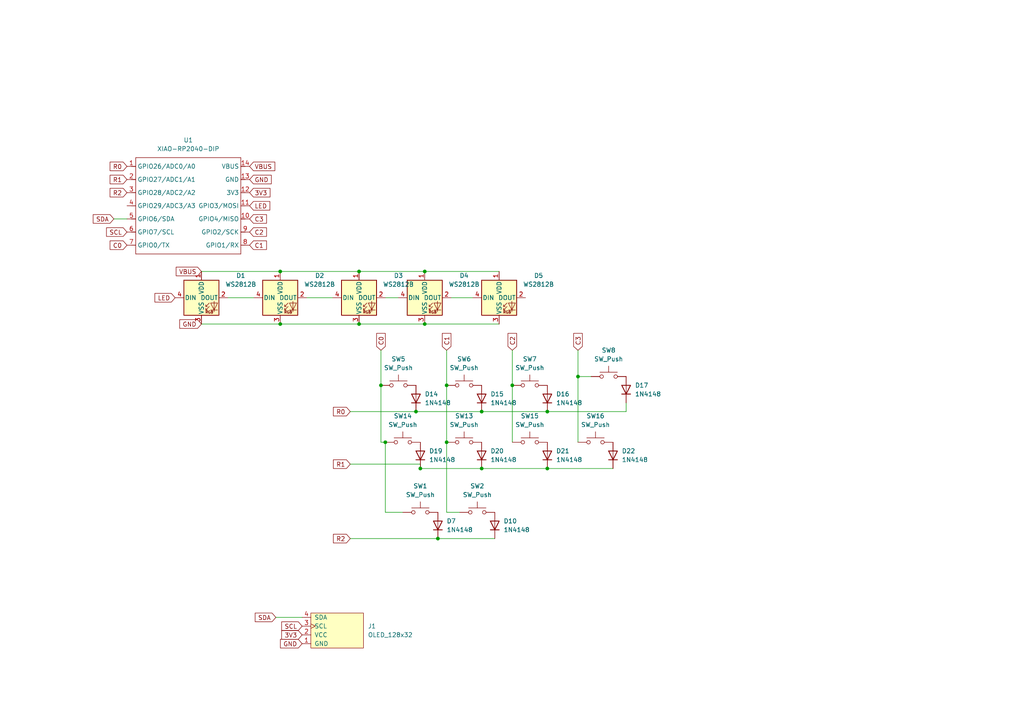
<source format=kicad_sch>
(kicad_sch
	(version 20250114)
	(generator "eeschema")
	(generator_version "9.0")
	(uuid "e51e6453-fd31-490b-8958-15494613fa3a")
	(paper "A4")
	(lib_symbols
		(symbol "Diode:1N4148"
			(pin_numbers
				(hide yes)
			)
			(pin_names
				(hide yes)
			)
			(exclude_from_sim no)
			(in_bom yes)
			(on_board yes)
			(property "Reference" "D"
				(at 0 2.54 0)
				(effects
					(font
						(size 1.27 1.27)
					)
				)
			)
			(property "Value" "1N4148"
				(at 0 -2.54 0)
				(effects
					(font
						(size 1.27 1.27)
					)
				)
			)
			(property "Footprint" "Diode_THT:D_DO-35_SOD27_P7.62mm_Horizontal"
				(at 0 0 0)
				(effects
					(font
						(size 1.27 1.27)
					)
					(hide yes)
				)
			)
			(property "Datasheet" "https://assets.nexperia.com/documents/data-sheet/1N4148_1N4448.pdf"
				(at 0 0 0)
				(effects
					(font
						(size 1.27 1.27)
					)
					(hide yes)
				)
			)
			(property "Description" "100V 0.15A standard switching diode, DO-35"
				(at 0 0 0)
				(effects
					(font
						(size 1.27 1.27)
					)
					(hide yes)
				)
			)
			(property "Sim.Device" "D"
				(at 0 0 0)
				(effects
					(font
						(size 1.27 1.27)
					)
					(hide yes)
				)
			)
			(property "Sim.Pins" "1=K 2=A"
				(at 0 0 0)
				(effects
					(font
						(size 1.27 1.27)
					)
					(hide yes)
				)
			)
			(property "ki_keywords" "diode"
				(at 0 0 0)
				(effects
					(font
						(size 1.27 1.27)
					)
					(hide yes)
				)
			)
			(property "ki_fp_filters" "D*DO?35*"
				(at 0 0 0)
				(effects
					(font
						(size 1.27 1.27)
					)
					(hide yes)
				)
			)
			(symbol "1N4148_0_1"
				(polyline
					(pts
						(xy -1.27 1.27) (xy -1.27 -1.27)
					)
					(stroke
						(width 0.254)
						(type default)
					)
					(fill
						(type none)
					)
				)
				(polyline
					(pts
						(xy 1.27 1.27) (xy 1.27 -1.27) (xy -1.27 0) (xy 1.27 1.27)
					)
					(stroke
						(width 0.254)
						(type default)
					)
					(fill
						(type none)
					)
				)
				(polyline
					(pts
						(xy 1.27 0) (xy -1.27 0)
					)
					(stroke
						(width 0)
						(type default)
					)
					(fill
						(type none)
					)
				)
			)
			(symbol "1N4148_1_1"
				(pin passive line
					(at -3.81 0 0)
					(length 2.54)
					(name "K"
						(effects
							(font
								(size 1.27 1.27)
							)
						)
					)
					(number "1"
						(effects
							(font
								(size 1.27 1.27)
							)
						)
					)
				)
				(pin passive line
					(at 3.81 0 180)
					(length 2.54)
					(name "A"
						(effects
							(font
								(size 1.27 1.27)
							)
						)
					)
					(number "2"
						(effects
							(font
								(size 1.27 1.27)
							)
						)
					)
				)
			)
			(embedded_fonts no)
		)
		(symbol "LED:WS2812B"
			(pin_names
				(offset 0.254)
			)
			(exclude_from_sim no)
			(in_bom yes)
			(on_board yes)
			(property "Reference" "D"
				(at 5.08 5.715 0)
				(effects
					(font
						(size 1.27 1.27)
					)
					(justify right bottom)
				)
			)
			(property "Value" "WS2812B"
				(at 1.27 -5.715 0)
				(effects
					(font
						(size 1.27 1.27)
					)
					(justify left top)
				)
			)
			(property "Footprint" "LED_SMD:LED_WS2812B_PLCC4_5.0x5.0mm_P3.2mm"
				(at 1.27 -7.62 0)
				(effects
					(font
						(size 1.27 1.27)
					)
					(justify left top)
					(hide yes)
				)
			)
			(property "Datasheet" "https://cdn-shop.adafruit.com/datasheets/WS2812B.pdf"
				(at 2.54 -9.525 0)
				(effects
					(font
						(size 1.27 1.27)
					)
					(justify left top)
					(hide yes)
				)
			)
			(property "Description" "RGB LED with integrated controller"
				(at 0 0 0)
				(effects
					(font
						(size 1.27 1.27)
					)
					(hide yes)
				)
			)
			(property "ki_keywords" "RGB LED NeoPixel addressable"
				(at 0 0 0)
				(effects
					(font
						(size 1.27 1.27)
					)
					(hide yes)
				)
			)
			(property "ki_fp_filters" "LED*WS2812*PLCC*5.0x5.0mm*P3.2mm*"
				(at 0 0 0)
				(effects
					(font
						(size 1.27 1.27)
					)
					(hide yes)
				)
			)
			(symbol "WS2812B_0_0"
				(text "RGB"
					(at 2.286 -4.191 0)
					(effects
						(font
							(size 0.762 0.762)
						)
					)
				)
			)
			(symbol "WS2812B_0_1"
				(polyline
					(pts
						(xy 1.27 -2.54) (xy 1.778 -2.54)
					)
					(stroke
						(width 0)
						(type default)
					)
					(fill
						(type none)
					)
				)
				(polyline
					(pts
						(xy 1.27 -3.556) (xy 1.778 -3.556)
					)
					(stroke
						(width 0)
						(type default)
					)
					(fill
						(type none)
					)
				)
				(polyline
					(pts
						(xy 2.286 -1.524) (xy 1.27 -2.54) (xy 1.27 -2.032)
					)
					(stroke
						(width 0)
						(type default)
					)
					(fill
						(type none)
					)
				)
				(polyline
					(pts
						(xy 2.286 -2.54) (xy 1.27 -3.556) (xy 1.27 -3.048)
					)
					(stroke
						(width 0)
						(type default)
					)
					(fill
						(type none)
					)
				)
				(polyline
					(pts
						(xy 3.683 -1.016) (xy 3.683 -3.556) (xy 3.683 -4.064)
					)
					(stroke
						(width 0)
						(type default)
					)
					(fill
						(type none)
					)
				)
				(polyline
					(pts
						(xy 4.699 -1.524) (xy 2.667 -1.524) (xy 3.683 -3.556) (xy 4.699 -1.524)
					)
					(stroke
						(width 0)
						(type default)
					)
					(fill
						(type none)
					)
				)
				(polyline
					(pts
						(xy 4.699 -3.556) (xy 2.667 -3.556)
					)
					(stroke
						(width 0)
						(type default)
					)
					(fill
						(type none)
					)
				)
				(rectangle
					(start 5.08 5.08)
					(end -5.08 -5.08)
					(stroke
						(width 0.254)
						(type default)
					)
					(fill
						(type background)
					)
				)
			)
			(symbol "WS2812B_1_1"
				(pin input line
					(at -7.62 0 0)
					(length 2.54)
					(name "DIN"
						(effects
							(font
								(size 1.27 1.27)
							)
						)
					)
					(number "4"
						(effects
							(font
								(size 1.27 1.27)
							)
						)
					)
				)
				(pin power_in line
					(at 0 7.62 270)
					(length 2.54)
					(name "VDD"
						(effects
							(font
								(size 1.27 1.27)
							)
						)
					)
					(number "1"
						(effects
							(font
								(size 1.27 1.27)
							)
						)
					)
				)
				(pin power_in line
					(at 0 -7.62 90)
					(length 2.54)
					(name "VSS"
						(effects
							(font
								(size 1.27 1.27)
							)
						)
					)
					(number "3"
						(effects
							(font
								(size 1.27 1.27)
							)
						)
					)
				)
				(pin output line
					(at 7.62 0 180)
					(length 2.54)
					(name "DOUT"
						(effects
							(font
								(size 1.27 1.27)
							)
						)
					)
					(number "2"
						(effects
							(font
								(size 1.27 1.27)
							)
						)
					)
				)
			)
			(embedded_fonts no)
		)
		(symbol "Seeed Studio XIAO 2:OLED_128x32"
			(pin_names
				(offset 1.016)
			)
			(exclude_from_sim no)
			(in_bom yes)
			(on_board yes)
			(property "Reference" "J"
				(at 0 -6.35 0)
				(effects
					(font
						(size 1.27 1.27)
					)
				)
			)
			(property "Value" "OLED_128x32"
				(at 0 6.35 0)
				(effects
					(font
						(size 1.27 1.27)
					)
				)
			)
			(property "Footprint" "ScottoKeebs_Components:OLED_128x32"
				(at 0 8.89 0)
				(effects
					(font
						(size 1.27 1.27)
					)
					(hide yes)
				)
			)
			(property "Datasheet" ""
				(at 0 1.27 0)
				(effects
					(font
						(size 1.27 1.27)
					)
					(hide yes)
				)
			)
			(property "Description" ""
				(at 0 0 0)
				(effects
					(font
						(size 1.27 1.27)
					)
					(hide yes)
				)
			)
			(symbol "OLED_128x32_0_1"
				(rectangle
					(start 0 5.08)
					(end 15.24 -5.08)
					(stroke
						(width 0)
						(type default)
					)
					(fill
						(type background)
					)
				)
			)
			(symbol "OLED_128x32_1_1"
				(pin bidirectional line
					(at -2.54 3.81 0)
					(length 2.54)
					(name "SDA"
						(effects
							(font
								(size 1.27 1.27)
							)
						)
					)
					(number "4"
						(effects
							(font
								(size 1.27 1.27)
							)
						)
					)
				)
				(pin input clock
					(at -2.54 1.27 0)
					(length 2.54)
					(name "SCL"
						(effects
							(font
								(size 1.27 1.27)
							)
						)
					)
					(number "3"
						(effects
							(font
								(size 1.27 1.27)
							)
						)
					)
				)
				(pin power_in line
					(at -2.54 -1.27 0)
					(length 2.54)
					(name "VCC"
						(effects
							(font
								(size 1.27 1.27)
							)
						)
					)
					(number "2"
						(effects
							(font
								(size 1.27 1.27)
							)
						)
					)
				)
				(pin power_in line
					(at -2.54 -3.81 0)
					(length 2.54)
					(name "GND"
						(effects
							(font
								(size 1.27 1.27)
							)
						)
					)
					(number "1"
						(effects
							(font
								(size 1.27 1.27)
							)
						)
					)
				)
			)
			(embedded_fonts no)
		)
		(symbol "Seeed Studio XIAO:XIAO-RP2040-DIP"
			(exclude_from_sim no)
			(in_bom yes)
			(on_board yes)
			(property "Reference" "U"
				(at 0 0 0)
				(effects
					(font
						(size 1.27 1.27)
					)
				)
			)
			(property "Value" "XIAO-RP2040-DIP"
				(at 5.334 -1.778 0)
				(effects
					(font
						(size 1.27 1.27)
					)
				)
			)
			(property "Footprint" "Module:MOUDLE14P-XIAO-DIP-SMD"
				(at 14.478 -32.258 0)
				(effects
					(font
						(size 1.27 1.27)
					)
					(hide yes)
				)
			)
			(property "Datasheet" ""
				(at 0 0 0)
				(effects
					(font
						(size 1.27 1.27)
					)
					(hide yes)
				)
			)
			(property "Description" ""
				(at 0 0 0)
				(effects
					(font
						(size 1.27 1.27)
					)
					(hide yes)
				)
			)
			(symbol "XIAO-RP2040-DIP_1_0"
				(polyline
					(pts
						(xy -1.27 -2.54) (xy 29.21 -2.54)
					)
					(stroke
						(width 0.1524)
						(type solid)
					)
					(fill
						(type none)
					)
				)
				(polyline
					(pts
						(xy -1.27 -5.08) (xy -2.54 -5.08)
					)
					(stroke
						(width 0.1524)
						(type solid)
					)
					(fill
						(type none)
					)
				)
				(polyline
					(pts
						(xy -1.27 -5.08) (xy -1.27 -2.54)
					)
					(stroke
						(width 0.1524)
						(type solid)
					)
					(fill
						(type none)
					)
				)
				(polyline
					(pts
						(xy -1.27 -8.89) (xy -2.54 -8.89)
					)
					(stroke
						(width 0.1524)
						(type solid)
					)
					(fill
						(type none)
					)
				)
				(polyline
					(pts
						(xy -1.27 -8.89) (xy -1.27 -5.08)
					)
					(stroke
						(width 0.1524)
						(type solid)
					)
					(fill
						(type none)
					)
				)
				(polyline
					(pts
						(xy -1.27 -12.7) (xy -2.54 -12.7)
					)
					(stroke
						(width 0.1524)
						(type solid)
					)
					(fill
						(type none)
					)
				)
				(polyline
					(pts
						(xy -1.27 -12.7) (xy -1.27 -8.89)
					)
					(stroke
						(width 0.1524)
						(type solid)
					)
					(fill
						(type none)
					)
				)
				(polyline
					(pts
						(xy -1.27 -16.51) (xy -2.54 -16.51)
					)
					(stroke
						(width 0.1524)
						(type solid)
					)
					(fill
						(type none)
					)
				)
				(polyline
					(pts
						(xy -1.27 -16.51) (xy -1.27 -12.7)
					)
					(stroke
						(width 0.1524)
						(type solid)
					)
					(fill
						(type none)
					)
				)
				(polyline
					(pts
						(xy -1.27 -20.32) (xy -2.54 -20.32)
					)
					(stroke
						(width 0.1524)
						(type solid)
					)
					(fill
						(type none)
					)
				)
				(polyline
					(pts
						(xy -1.27 -24.13) (xy -2.54 -24.13)
					)
					(stroke
						(width 0.1524)
						(type solid)
					)
					(fill
						(type none)
					)
				)
				(polyline
					(pts
						(xy -1.27 -27.94) (xy -2.54 -27.94)
					)
					(stroke
						(width 0.1524)
						(type solid)
					)
					(fill
						(type none)
					)
				)
				(polyline
					(pts
						(xy -1.27 -30.48) (xy -1.27 -16.51)
					)
					(stroke
						(width 0.1524)
						(type solid)
					)
					(fill
						(type none)
					)
				)
				(polyline
					(pts
						(xy 29.21 -2.54) (xy 29.21 -5.08)
					)
					(stroke
						(width 0.1524)
						(type solid)
					)
					(fill
						(type none)
					)
				)
				(polyline
					(pts
						(xy 29.21 -5.08) (xy 29.21 -8.89)
					)
					(stroke
						(width 0.1524)
						(type solid)
					)
					(fill
						(type none)
					)
				)
				(polyline
					(pts
						(xy 29.21 -8.89) (xy 29.21 -12.7)
					)
					(stroke
						(width 0.1524)
						(type solid)
					)
					(fill
						(type none)
					)
				)
				(polyline
					(pts
						(xy 29.21 -12.7) (xy 29.21 -30.48)
					)
					(stroke
						(width 0.1524)
						(type solid)
					)
					(fill
						(type none)
					)
				)
				(polyline
					(pts
						(xy 29.21 -30.48) (xy -1.27 -30.48)
					)
					(stroke
						(width 0.1524)
						(type solid)
					)
					(fill
						(type none)
					)
				)
				(polyline
					(pts
						(xy 30.48 -5.08) (xy 29.21 -5.08)
					)
					(stroke
						(width 0.1524)
						(type solid)
					)
					(fill
						(type none)
					)
				)
				(polyline
					(pts
						(xy 30.48 -8.89) (xy 29.21 -8.89)
					)
					(stroke
						(width 0.1524)
						(type solid)
					)
					(fill
						(type none)
					)
				)
				(polyline
					(pts
						(xy 30.48 -12.7) (xy 29.21 -12.7)
					)
					(stroke
						(width 0.1524)
						(type solid)
					)
					(fill
						(type none)
					)
				)
				(polyline
					(pts
						(xy 30.48 -16.51) (xy 29.21 -16.51)
					)
					(stroke
						(width 0.1524)
						(type solid)
					)
					(fill
						(type none)
					)
				)
				(polyline
					(pts
						(xy 30.48 -20.32) (xy 29.21 -20.32)
					)
					(stroke
						(width 0.1524)
						(type solid)
					)
					(fill
						(type none)
					)
				)
				(polyline
					(pts
						(xy 30.48 -24.13) (xy 29.21 -24.13)
					)
					(stroke
						(width 0.1524)
						(type solid)
					)
					(fill
						(type none)
					)
				)
				(polyline
					(pts
						(xy 30.48 -27.94) (xy 29.21 -27.94)
					)
					(stroke
						(width 0.1524)
						(type solid)
					)
					(fill
						(type none)
					)
				)
				(pin passive line
					(at -3.81 -5.08 0)
					(length 2.54)
					(name "GPIO26/ADC0/A0"
						(effects
							(font
								(size 1.27 1.27)
							)
						)
					)
					(number "1"
						(effects
							(font
								(size 1.27 1.27)
							)
						)
					)
				)
				(pin passive line
					(at -3.81 -8.89 0)
					(length 2.54)
					(name "GPIO27/ADC1/A1"
						(effects
							(font
								(size 1.27 1.27)
							)
						)
					)
					(number "2"
						(effects
							(font
								(size 1.27 1.27)
							)
						)
					)
				)
				(pin passive line
					(at -3.81 -12.7 0)
					(length 2.54)
					(name "GPIO28/ADC2/A2"
						(effects
							(font
								(size 1.27 1.27)
							)
						)
					)
					(number "3"
						(effects
							(font
								(size 1.27 1.27)
							)
						)
					)
				)
				(pin passive line
					(at -3.81 -16.51 0)
					(length 2.54)
					(name "GPIO29/ADC3/A3"
						(effects
							(font
								(size 1.27 1.27)
							)
						)
					)
					(number "4"
						(effects
							(font
								(size 1.27 1.27)
							)
						)
					)
				)
				(pin passive line
					(at -3.81 -20.32 0)
					(length 2.54)
					(name "GPIO6/SDA"
						(effects
							(font
								(size 1.27 1.27)
							)
						)
					)
					(number "5"
						(effects
							(font
								(size 1.27 1.27)
							)
						)
					)
				)
				(pin passive line
					(at -3.81 -24.13 0)
					(length 2.54)
					(name "GPIO7/SCL"
						(effects
							(font
								(size 1.27 1.27)
							)
						)
					)
					(number "6"
						(effects
							(font
								(size 1.27 1.27)
							)
						)
					)
				)
				(pin passive line
					(at -3.81 -27.94 0)
					(length 2.54)
					(name "GPIO0/TX"
						(effects
							(font
								(size 1.27 1.27)
							)
						)
					)
					(number "7"
						(effects
							(font
								(size 1.27 1.27)
							)
						)
					)
				)
				(pin passive line
					(at 31.75 -5.08 180)
					(length 2.54)
					(name "VBUS"
						(effects
							(font
								(size 1.27 1.27)
							)
						)
					)
					(number "14"
						(effects
							(font
								(size 1.27 1.27)
							)
						)
					)
				)
				(pin passive line
					(at 31.75 -8.89 180)
					(length 2.54)
					(name "GND"
						(effects
							(font
								(size 1.27 1.27)
							)
						)
					)
					(number "13"
						(effects
							(font
								(size 1.27 1.27)
							)
						)
					)
				)
				(pin passive line
					(at 31.75 -12.7 180)
					(length 2.54)
					(name "3V3"
						(effects
							(font
								(size 1.27 1.27)
							)
						)
					)
					(number "12"
						(effects
							(font
								(size 1.27 1.27)
							)
						)
					)
				)
				(pin passive line
					(at 31.75 -16.51 180)
					(length 2.54)
					(name "GPIO3/MOSI"
						(effects
							(font
								(size 1.27 1.27)
							)
						)
					)
					(number "11"
						(effects
							(font
								(size 1.27 1.27)
							)
						)
					)
				)
				(pin passive line
					(at 31.75 -20.32 180)
					(length 2.54)
					(name "GPIO4/MISO"
						(effects
							(font
								(size 1.27 1.27)
							)
						)
					)
					(number "10"
						(effects
							(font
								(size 1.27 1.27)
							)
						)
					)
				)
				(pin passive line
					(at 31.75 -24.13 180)
					(length 2.54)
					(name "GPIO2/SCK"
						(effects
							(font
								(size 1.27 1.27)
							)
						)
					)
					(number "9"
						(effects
							(font
								(size 1.27 1.27)
							)
						)
					)
				)
				(pin passive line
					(at 31.75 -27.94 180)
					(length 2.54)
					(name "GPIO1/RX"
						(effects
							(font
								(size 1.27 1.27)
							)
						)
					)
					(number "8"
						(effects
							(font
								(size 1.27 1.27)
							)
						)
					)
				)
			)
			(embedded_fonts no)
		)
		(symbol "Switch:SW_Push"
			(pin_numbers
				(hide yes)
			)
			(pin_names
				(offset 1.016)
				(hide yes)
			)
			(exclude_from_sim no)
			(in_bom yes)
			(on_board yes)
			(property "Reference" "SW"
				(at 1.27 2.54 0)
				(effects
					(font
						(size 1.27 1.27)
					)
					(justify left)
				)
			)
			(property "Value" "SW_Push"
				(at 0 -1.524 0)
				(effects
					(font
						(size 1.27 1.27)
					)
				)
			)
			(property "Footprint" ""
				(at 0 5.08 0)
				(effects
					(font
						(size 1.27 1.27)
					)
					(hide yes)
				)
			)
			(property "Datasheet" "~"
				(at 0 5.08 0)
				(effects
					(font
						(size 1.27 1.27)
					)
					(hide yes)
				)
			)
			(property "Description" "Push button switch, generic, two pins"
				(at 0 0 0)
				(effects
					(font
						(size 1.27 1.27)
					)
					(hide yes)
				)
			)
			(property "ki_keywords" "switch normally-open pushbutton push-button"
				(at 0 0 0)
				(effects
					(font
						(size 1.27 1.27)
					)
					(hide yes)
				)
			)
			(symbol "SW_Push_0_1"
				(circle
					(center -2.032 0)
					(radius 0.508)
					(stroke
						(width 0)
						(type default)
					)
					(fill
						(type none)
					)
				)
				(polyline
					(pts
						(xy 0 1.27) (xy 0 3.048)
					)
					(stroke
						(width 0)
						(type default)
					)
					(fill
						(type none)
					)
				)
				(circle
					(center 2.032 0)
					(radius 0.508)
					(stroke
						(width 0)
						(type default)
					)
					(fill
						(type none)
					)
				)
				(polyline
					(pts
						(xy 2.54 1.27) (xy -2.54 1.27)
					)
					(stroke
						(width 0)
						(type default)
					)
					(fill
						(type none)
					)
				)
				(pin passive line
					(at -5.08 0 0)
					(length 2.54)
					(name "1"
						(effects
							(font
								(size 1.27 1.27)
							)
						)
					)
					(number "1"
						(effects
							(font
								(size 1.27 1.27)
							)
						)
					)
				)
				(pin passive line
					(at 5.08 0 180)
					(length 2.54)
					(name "2"
						(effects
							(font
								(size 1.27 1.27)
							)
						)
					)
					(number "2"
						(effects
							(font
								(size 1.27 1.27)
							)
						)
					)
				)
			)
			(embedded_fonts no)
		)
	)
	(junction
		(at 158.75 119.38)
		(diameter 0)
		(color 0 0 0 0)
		(uuid "03561e7f-e504-4a97-848b-f9146afc1723")
	)
	(junction
		(at 104.14 78.74)
		(diameter 0)
		(color 0 0 0 0)
		(uuid "1a9a4e41-72b9-4ceb-b27c-001f3580e426")
	)
	(junction
		(at 139.7 135.89)
		(diameter 0)
		(color 0 0 0 0)
		(uuid "2e00a9a5-b4d2-4fef-ae5b-7d310476f475")
	)
	(junction
		(at 129.54 128.27)
		(diameter 0)
		(color 0 0 0 0)
		(uuid "3b5a4dd1-f209-4cf8-b41d-52cd8bed6822")
	)
	(junction
		(at 104.14 93.98)
		(diameter 0)
		(color 0 0 0 0)
		(uuid "4eef6260-6524-44a3-9fb0-e2c493368ba3")
	)
	(junction
		(at 81.28 78.74)
		(diameter 0)
		(color 0 0 0 0)
		(uuid "50edbac6-5680-4b73-872e-04444e569d9b")
	)
	(junction
		(at 123.19 93.98)
		(diameter 0)
		(color 0 0 0 0)
		(uuid "6cbe7028-2174-4043-9dff-e9b8d8b1c7de")
	)
	(junction
		(at 129.54 111.76)
		(diameter 0)
		(color 0 0 0 0)
		(uuid "7f6d417a-fe64-4dee-9f7f-e0373221689d")
	)
	(junction
		(at 167.64 109.22)
		(diameter 0)
		(color 0 0 0 0)
		(uuid "88796090-8619-474c-99f7-771db394d497")
	)
	(junction
		(at 123.19 78.74)
		(diameter 0)
		(color 0 0 0 0)
		(uuid "8a537cac-2968-4acc-8576-0e4c3c2f68a8")
	)
	(junction
		(at 110.49 111.76)
		(diameter 0)
		(color 0 0 0 0)
		(uuid "8bfb103e-0d89-4a97-9e7b-73ce89e09eb3")
	)
	(junction
		(at 81.28 93.98)
		(diameter 0)
		(color 0 0 0 0)
		(uuid "8d4f7532-51ce-4873-b861-73bf93c60813")
	)
	(junction
		(at 158.75 135.89)
		(diameter 0)
		(color 0 0 0 0)
		(uuid "a5ef2a8f-f959-49c8-a72e-ecc2966bcb88")
	)
	(junction
		(at 111.76 128.27)
		(diameter 0)
		(color 0 0 0 0)
		(uuid "aae2c2c2-820e-4199-8d5b-7b31f5168aa2")
	)
	(junction
		(at 120.65 119.38)
		(diameter 0)
		(color 0 0 0 0)
		(uuid "b01faa1d-2cb5-477d-aabd-61744ab56841")
	)
	(junction
		(at 139.7 119.38)
		(diameter 0)
		(color 0 0 0 0)
		(uuid "d2556967-1168-4b93-aff2-b2c4d003206c")
	)
	(junction
		(at 121.92 135.89)
		(diameter 0)
		(color 0 0 0 0)
		(uuid "d515e9f1-fe8c-4df9-aff9-bad0f2f30aaf")
	)
	(junction
		(at 127 156.21)
		(diameter 0)
		(color 0 0 0 0)
		(uuid "ed4ace4f-ec85-4d2d-902b-b626ee4ff326")
	)
	(junction
		(at 148.59 111.76)
		(diameter 0)
		(color 0 0 0 0)
		(uuid "fa82b45d-103d-40f1-ae51-abf0ddae0a5a")
	)
	(wire
		(pts
			(xy 123.19 78.74) (xy 144.78 78.74)
		)
		(stroke
			(width 0)
			(type default)
		)
		(uuid "03b317b3-8e29-41e7-bc0b-b2c72d7feab5")
	)
	(wire
		(pts
			(xy 129.54 101.6) (xy 129.54 111.76)
		)
		(stroke
			(width 0)
			(type default)
		)
		(uuid "17502ddb-8a91-4b7b-b062-0dec9386a8da")
	)
	(wire
		(pts
			(xy 129.54 148.59) (xy 133.35 148.59)
		)
		(stroke
			(width 0)
			(type default)
		)
		(uuid "18878f0f-afad-4fbf-b3de-40fc39acb40d")
	)
	(wire
		(pts
			(xy 110.49 101.6) (xy 110.49 111.76)
		)
		(stroke
			(width 0)
			(type default)
		)
		(uuid "239c8f46-efc5-4000-8a0a-def8d68a98b3")
	)
	(wire
		(pts
			(xy 81.28 93.98) (xy 104.14 93.98)
		)
		(stroke
			(width 0)
			(type default)
		)
		(uuid "28da4fd7-f4e9-4980-9457-57b4bf6b7877")
	)
	(wire
		(pts
			(xy 111.76 128.27) (xy 111.76 148.59)
		)
		(stroke
			(width 0)
			(type default)
		)
		(uuid "2ba6f35e-3958-4af6-ba89-725d21cc4550")
	)
	(wire
		(pts
			(xy 101.6 134.62) (xy 121.92 134.62)
		)
		(stroke
			(width 0)
			(type default)
		)
		(uuid "355dd5fa-459d-48f7-8936-0d928a2d9750")
	)
	(wire
		(pts
			(xy 139.7 119.38) (xy 158.75 119.38)
		)
		(stroke
			(width 0)
			(type default)
		)
		(uuid "399e135a-b6a3-4df3-9c37-2555830ecced")
	)
	(wire
		(pts
			(xy 123.19 93.98) (xy 144.78 93.98)
		)
		(stroke
			(width 0)
			(type default)
		)
		(uuid "3b6dab21-d91f-4162-99ab-5cac59148598")
	)
	(wire
		(pts
			(xy 129.54 128.27) (xy 129.54 148.59)
		)
		(stroke
			(width 0)
			(type default)
		)
		(uuid "4455dbb8-fcbf-4f38-be34-97084852243d")
	)
	(wire
		(pts
			(xy 111.76 86.36) (xy 115.57 86.36)
		)
		(stroke
			(width 0)
			(type default)
		)
		(uuid "4bc2fe76-df81-4571-9dc2-be80e3581e71")
	)
	(wire
		(pts
			(xy 129.54 111.76) (xy 129.54 128.27)
		)
		(stroke
			(width 0)
			(type default)
		)
		(uuid "4fdc1133-4651-4158-8514-25a1cb248423")
	)
	(wire
		(pts
			(xy 110.49 111.76) (xy 110.49 128.27)
		)
		(stroke
			(width 0)
			(type default)
		)
		(uuid "59e22ccf-e90a-41c5-b967-04d24d2faa54")
	)
	(wire
		(pts
			(xy 139.7 135.89) (xy 158.75 135.89)
		)
		(stroke
			(width 0)
			(type default)
		)
		(uuid "59fa9806-824a-4e13-8c76-4f78f6a43d53")
	)
	(wire
		(pts
			(xy 130.81 86.36) (xy 137.16 86.36)
		)
		(stroke
			(width 0)
			(type default)
		)
		(uuid "5f2ea943-9dfa-4d6c-bcd6-19dea6307ebf")
	)
	(wire
		(pts
			(xy 127 156.21) (xy 143.51 156.21)
		)
		(stroke
			(width 0)
			(type default)
		)
		(uuid "6d1f29cf-06f1-4e16-8cb3-f0df57709da3")
	)
	(wire
		(pts
			(xy 80.01 179.07) (xy 87.63 179.07)
		)
		(stroke
			(width 0)
			(type default)
		)
		(uuid "72aceb00-6a1d-440f-8290-510aaefac6d3")
	)
	(wire
		(pts
			(xy 158.75 119.38) (xy 181.61 119.38)
		)
		(stroke
			(width 0)
			(type default)
		)
		(uuid "7ca449ce-558c-4bf6-aeae-f021e5799db6")
	)
	(wire
		(pts
			(xy 111.76 148.59) (xy 116.84 148.59)
		)
		(stroke
			(width 0)
			(type default)
		)
		(uuid "7d9ece37-2029-45f7-b24b-c7d8b5a57188")
	)
	(wire
		(pts
			(xy 101.6 156.21) (xy 127 156.21)
		)
		(stroke
			(width 0)
			(type default)
		)
		(uuid "878bb8a5-6db8-424a-863b-25b0b8b64ec1")
	)
	(wire
		(pts
			(xy 81.28 78.74) (xy 104.14 78.74)
		)
		(stroke
			(width 0)
			(type default)
		)
		(uuid "8bd29f50-9c74-48cf-af79-4f8647e78c6c")
	)
	(wire
		(pts
			(xy 158.75 135.89) (xy 177.8 135.89)
		)
		(stroke
			(width 0)
			(type default)
		)
		(uuid "92288242-df13-48a5-aad3-edc30f0a91a3")
	)
	(wire
		(pts
			(xy 104.14 93.98) (xy 123.19 93.98)
		)
		(stroke
			(width 0)
			(type default)
		)
		(uuid "951d700a-d2b0-43bb-9dbc-7cbe325ca8d8")
	)
	(wire
		(pts
			(xy 148.59 101.6) (xy 148.59 111.76)
		)
		(stroke
			(width 0)
			(type default)
		)
		(uuid "98d349dd-1911-4b94-9c96-52ff98cc4e78")
	)
	(wire
		(pts
			(xy 148.59 111.76) (xy 148.59 128.27)
		)
		(stroke
			(width 0)
			(type default)
		)
		(uuid "9b43549d-755b-4719-a859-5eb6bf75ca6c")
	)
	(wire
		(pts
			(xy 121.92 134.62) (xy 121.92 135.89)
		)
		(stroke
			(width 0)
			(type default)
		)
		(uuid "9b492fb1-62db-4e17-a9d6-4b8807155fa2")
	)
	(wire
		(pts
			(xy 66.04 86.36) (xy 73.66 86.36)
		)
		(stroke
			(width 0)
			(type default)
		)
		(uuid "9bdfef7d-b3cc-4c79-b7f1-ef8028f95478")
	)
	(wire
		(pts
			(xy 58.42 93.98) (xy 81.28 93.98)
		)
		(stroke
			(width 0)
			(type default)
		)
		(uuid "9f31f8d2-382d-4967-a5f7-d8618968a6fb")
	)
	(wire
		(pts
			(xy 110.49 128.27) (xy 111.76 128.27)
		)
		(stroke
			(width 0)
			(type default)
		)
		(uuid "a78e960c-bea7-418e-a264-6ba9ceefca4f")
	)
	(wire
		(pts
			(xy 104.14 78.74) (xy 123.19 78.74)
		)
		(stroke
			(width 0)
			(type default)
		)
		(uuid "bc2039cb-0d75-44d1-9eed-1c0edb0e462b")
	)
	(wire
		(pts
			(xy 120.65 119.38) (xy 139.7 119.38)
		)
		(stroke
			(width 0)
			(type default)
		)
		(uuid "c5c2d3cb-90e8-4f36-8f42-e113b4bca783")
	)
	(wire
		(pts
			(xy 167.64 101.6) (xy 167.64 109.22)
		)
		(stroke
			(width 0)
			(type default)
		)
		(uuid "d946193a-7596-47af-b315-a9d1d000a013")
	)
	(wire
		(pts
			(xy 121.92 135.89) (xy 139.7 135.89)
		)
		(stroke
			(width 0)
			(type default)
		)
		(uuid "ddcd571c-4b97-4fde-9fee-63825ddcc4b3")
	)
	(wire
		(pts
			(xy 58.42 78.74) (xy 81.28 78.74)
		)
		(stroke
			(width 0)
			(type default)
		)
		(uuid "e5ea4d73-8cad-4a33-b8bf-4020d451de55")
	)
	(wire
		(pts
			(xy 88.9 86.36) (xy 96.52 86.36)
		)
		(stroke
			(width 0)
			(type default)
		)
		(uuid "e7e4d56d-d7d8-4973-9cc5-f105679de864")
	)
	(wire
		(pts
			(xy 101.6 119.38) (xy 120.65 119.38)
		)
		(stroke
			(width 0)
			(type default)
		)
		(uuid "e8c37e61-e485-4acd-83aa-2d02edcfebc2")
	)
	(wire
		(pts
			(xy 181.61 116.84) (xy 181.61 119.38)
		)
		(stroke
			(width 0)
			(type default)
		)
		(uuid "eba5dfde-8a88-4bc8-ab5f-381f4e00e23c")
	)
	(wire
		(pts
			(xy 33.02 63.5) (xy 36.83 63.5)
		)
		(stroke
			(width 0)
			(type default)
		)
		(uuid "ef54a55c-e5b7-4a8e-9dbe-75a0940be9ba")
	)
	(wire
		(pts
			(xy 171.45 109.22) (xy 167.64 109.22)
		)
		(stroke
			(width 0)
			(type default)
		)
		(uuid "f0bd3f09-2db7-4c20-92c8-f2305154e434")
	)
	(wire
		(pts
			(xy 167.64 109.22) (xy 167.64 128.27)
		)
		(stroke
			(width 0)
			(type default)
		)
		(uuid "ffc833ec-2abc-43ae-8fce-0312699ce16a")
	)
	(global_label "R1"
		(shape input)
		(at 101.6 134.62 180)
		(fields_autoplaced yes)
		(effects
			(font
				(size 1.27 1.27)
			)
			(justify right)
		)
		(uuid "099105f6-88ea-4d81-9767-ece600ce8bcd")
		(property "Intersheetrefs" "${INTERSHEET_REFS}"
			(at 96.1353 134.62 0)
			(effects
				(font
					(size 1.27 1.27)
				)
				(justify right)
				(hide yes)
			)
		)
	)
	(global_label "LED"
		(shape input)
		(at 72.39 59.69 0)
		(fields_autoplaced yes)
		(effects
			(font
				(size 1.27 1.27)
			)
			(justify left)
		)
		(uuid "13a4a0f8-a36e-4045-bc60-201091e44b31")
		(property "Intersheetrefs" "${INTERSHEET_REFS}"
			(at 78.8223 59.69 0)
			(effects
				(font
					(size 1.27 1.27)
				)
				(justify left)
				(hide yes)
			)
		)
	)
	(global_label "C1"
		(shape input)
		(at 129.54 101.6 90)
		(fields_autoplaced yes)
		(effects
			(font
				(size 1.27 1.27)
			)
			(justify left)
		)
		(uuid "1b08a91e-780d-492a-92d7-8e4369cbfefe")
		(property "Intersheetrefs" "${INTERSHEET_REFS}"
			(at 129.54 96.1353 90)
			(effects
				(font
					(size 1.27 1.27)
				)
				(justify left)
				(hide yes)
			)
		)
	)
	(global_label "GND"
		(shape input)
		(at 72.39 52.07 0)
		(fields_autoplaced yes)
		(effects
			(font
				(size 1.27 1.27)
			)
			(justify left)
		)
		(uuid "1bedc4da-5a3e-40b1-ab98-66e4af5eed73")
		(property "Intersheetrefs" "${INTERSHEET_REFS}"
			(at 79.2457 52.07 0)
			(effects
				(font
					(size 1.27 1.27)
				)
				(justify left)
				(hide yes)
			)
		)
	)
	(global_label "VBUS"
		(shape input)
		(at 72.39 48.26 0)
		(fields_autoplaced yes)
		(effects
			(font
				(size 1.27 1.27)
			)
			(justify left)
		)
		(uuid "1c8d03b8-2ee4-4f36-9956-7159ded95cfd")
		(property "Intersheetrefs" "${INTERSHEET_REFS}"
			(at 80.2738 48.26 0)
			(effects
				(font
					(size 1.27 1.27)
				)
				(justify left)
				(hide yes)
			)
		)
	)
	(global_label "C3"
		(shape input)
		(at 72.39 63.5 0)
		(fields_autoplaced yes)
		(effects
			(font
				(size 1.27 1.27)
			)
			(justify left)
		)
		(uuid "21ad87cd-9b56-4eca-86cb-e81521dd430a")
		(property "Intersheetrefs" "${INTERSHEET_REFS}"
			(at 77.8547 63.5 0)
			(effects
				(font
					(size 1.27 1.27)
				)
				(justify left)
				(hide yes)
			)
		)
	)
	(global_label "SCL"
		(shape input)
		(at 87.63 181.61 180)
		(fields_autoplaced yes)
		(effects
			(font
				(size 1.27 1.27)
			)
			(justify right)
		)
		(uuid "295417eb-46d1-4ef5-84fe-cde0a90440d4")
		(property "Intersheetrefs" "${INTERSHEET_REFS}"
			(at 81.1372 181.61 0)
			(effects
				(font
					(size 1.27 1.27)
				)
				(justify right)
				(hide yes)
			)
		)
	)
	(global_label "R0"
		(shape input)
		(at 101.6 119.38 180)
		(fields_autoplaced yes)
		(effects
			(font
				(size 1.27 1.27)
			)
			(justify right)
		)
		(uuid "2e35bd8a-2d2a-445a-92ce-e8e533324c84")
		(property "Intersheetrefs" "${INTERSHEET_REFS}"
			(at 96.1353 119.38 0)
			(effects
				(font
					(size 1.27 1.27)
				)
				(justify right)
				(hide yes)
			)
		)
	)
	(global_label "GND"
		(shape input)
		(at 58.42 93.98 180)
		(fields_autoplaced yes)
		(effects
			(font
				(size 1.27 1.27)
			)
			(justify right)
		)
		(uuid "3abfd5e9-79ec-4511-a64b-9b27869c9158")
		(property "Intersheetrefs" "${INTERSHEET_REFS}"
			(at 51.5643 93.98 0)
			(effects
				(font
					(size 1.27 1.27)
				)
				(justify right)
				(hide yes)
			)
		)
	)
	(global_label "GND"
		(shape input)
		(at 87.63 186.69 180)
		(fields_autoplaced yes)
		(effects
			(font
				(size 1.27 1.27)
			)
			(justify right)
		)
		(uuid "4295f315-3b94-4af2-8f03-17c13b815d5b")
		(property "Intersheetrefs" "${INTERSHEET_REFS}"
			(at 80.7743 186.69 0)
			(effects
				(font
					(size 1.27 1.27)
				)
				(justify right)
				(hide yes)
			)
		)
	)
	(global_label "3V3"
		(shape input)
		(at 72.39 55.88 0)
		(fields_autoplaced yes)
		(effects
			(font
				(size 1.27 1.27)
			)
			(justify left)
		)
		(uuid "46654e66-615a-4479-9a80-ba0a8c1cb6eb")
		(property "Intersheetrefs" "${INTERSHEET_REFS}"
			(at 78.8828 55.88 0)
			(effects
				(font
					(size 1.27 1.27)
				)
				(justify left)
				(hide yes)
			)
		)
	)
	(global_label "SDA"
		(shape input)
		(at 33.02 63.5 180)
		(fields_autoplaced yes)
		(effects
			(font
				(size 1.27 1.27)
			)
			(justify right)
		)
		(uuid "4d70af01-6660-4ae4-afb5-bd7c72651f6f")
		(property "Intersheetrefs" "${INTERSHEET_REFS}"
			(at 26.4667 63.5 0)
			(effects
				(font
					(size 1.27 1.27)
				)
				(justify right)
				(hide yes)
			)
		)
	)
	(global_label "C3"
		(shape input)
		(at 167.64 101.6 90)
		(fields_autoplaced yes)
		(effects
			(font
				(size 1.27 1.27)
			)
			(justify left)
		)
		(uuid "53f92bdb-855d-407b-a68e-82da4dcf17b1")
		(property "Intersheetrefs" "${INTERSHEET_REFS}"
			(at 167.64 96.1353 90)
			(effects
				(font
					(size 1.27 1.27)
				)
				(justify left)
				(hide yes)
			)
		)
	)
	(global_label "C0"
		(shape input)
		(at 36.83 71.12 180)
		(fields_autoplaced yes)
		(effects
			(font
				(size 1.27 1.27)
			)
			(justify right)
		)
		(uuid "56d05b81-9bb6-451b-852a-0d787248ef98")
		(property "Intersheetrefs" "${INTERSHEET_REFS}"
			(at 31.3653 71.12 0)
			(effects
				(font
					(size 1.27 1.27)
				)
				(justify right)
				(hide yes)
			)
		)
	)
	(global_label "R1"
		(shape input)
		(at 36.83 52.07 180)
		(fields_autoplaced yes)
		(effects
			(font
				(size 1.27 1.27)
			)
			(justify right)
		)
		(uuid "58a16cb4-76f5-4890-b946-dedc525065f4")
		(property "Intersheetrefs" "${INTERSHEET_REFS}"
			(at 31.3653 52.07 0)
			(effects
				(font
					(size 1.27 1.27)
				)
				(justify right)
				(hide yes)
			)
		)
	)
	(global_label "VBUS"
		(shape input)
		(at 58.42 78.74 180)
		(fields_autoplaced yes)
		(effects
			(font
				(size 1.27 1.27)
			)
			(justify right)
		)
		(uuid "5fe73289-de1a-434b-9695-64cf07657d73")
		(property "Intersheetrefs" "${INTERSHEET_REFS}"
			(at 50.5362 78.74 0)
			(effects
				(font
					(size 1.27 1.27)
				)
				(justify right)
				(hide yes)
			)
		)
	)
	(global_label "R2"
		(shape input)
		(at 101.6 156.21 180)
		(fields_autoplaced yes)
		(effects
			(font
				(size 1.27 1.27)
			)
			(justify right)
		)
		(uuid "71ff1e78-070a-47e0-94e6-c4c4ebe9f344")
		(property "Intersheetrefs" "${INTERSHEET_REFS}"
			(at 96.1353 156.21 0)
			(effects
				(font
					(size 1.27 1.27)
				)
				(justify right)
				(hide yes)
			)
		)
	)
	(global_label "LED"
		(shape input)
		(at 50.8 86.36 180)
		(fields_autoplaced yes)
		(effects
			(font
				(size 1.27 1.27)
			)
			(justify right)
		)
		(uuid "782fc6a9-240c-42c7-8820-bbcd05375976")
		(property "Intersheetrefs" "${INTERSHEET_REFS}"
			(at 44.3677 86.36 0)
			(effects
				(font
					(size 1.27 1.27)
				)
				(justify right)
				(hide yes)
			)
		)
	)
	(global_label "R2"
		(shape input)
		(at 36.83 55.88 180)
		(fields_autoplaced yes)
		(effects
			(font
				(size 1.27 1.27)
			)
			(justify right)
		)
		(uuid "78ef8cd5-f07d-46d8-bf0e-fc8926951c87")
		(property "Intersheetrefs" "${INTERSHEET_REFS}"
			(at 31.3653 55.88 0)
			(effects
				(font
					(size 1.27 1.27)
				)
				(justify right)
				(hide yes)
			)
		)
	)
	(global_label "SDA"
		(shape input)
		(at 80.01 179.07 180)
		(fields_autoplaced yes)
		(effects
			(font
				(size 1.27 1.27)
			)
			(justify right)
		)
		(uuid "872169ae-5e30-40cb-b1f0-99e3715c7ee1")
		(property "Intersheetrefs" "${INTERSHEET_REFS}"
			(at 73.4567 179.07 0)
			(effects
				(font
					(size 1.27 1.27)
				)
				(justify right)
				(hide yes)
			)
		)
	)
	(global_label "R0"
		(shape input)
		(at 36.83 48.26 180)
		(fields_autoplaced yes)
		(effects
			(font
				(size 1.27 1.27)
			)
			(justify right)
		)
		(uuid "8fb9ebad-1c5c-4767-adbc-73efcd78e4bd")
		(property "Intersheetrefs" "${INTERSHEET_REFS}"
			(at 31.3653 48.26 0)
			(effects
				(font
					(size 1.27 1.27)
				)
				(justify right)
				(hide yes)
			)
		)
	)
	(global_label "3V3"
		(shape input)
		(at 87.63 184.15 180)
		(fields_autoplaced yes)
		(effects
			(font
				(size 1.27 1.27)
			)
			(justify right)
		)
		(uuid "9ca5314f-e258-4e7a-b36d-dbeff886584f")
		(property "Intersheetrefs" "${INTERSHEET_REFS}"
			(at 81.1372 184.15 0)
			(effects
				(font
					(size 1.27 1.27)
				)
				(justify right)
				(hide yes)
			)
		)
	)
	(global_label "C2"
		(shape input)
		(at 148.59 101.6 90)
		(fields_autoplaced yes)
		(effects
			(font
				(size 1.27 1.27)
			)
			(justify left)
		)
		(uuid "a3c91cf4-569b-45ab-bfe7-3d6a19921c40")
		(property "Intersheetrefs" "${INTERSHEET_REFS}"
			(at 148.59 96.1353 90)
			(effects
				(font
					(size 1.27 1.27)
				)
				(justify left)
				(hide yes)
			)
		)
	)
	(global_label "C0"
		(shape input)
		(at 110.49 101.6 90)
		(fields_autoplaced yes)
		(effects
			(font
				(size 1.27 1.27)
			)
			(justify left)
		)
		(uuid "b357540c-072c-41c3-a65a-8dbc1cba2879")
		(property "Intersheetrefs" "${INTERSHEET_REFS}"
			(at 110.49 96.1353 90)
			(effects
				(font
					(size 1.27 1.27)
				)
				(justify left)
				(hide yes)
			)
		)
	)
	(global_label "C1"
		(shape input)
		(at 72.39 71.12 0)
		(fields_autoplaced yes)
		(effects
			(font
				(size 1.27 1.27)
			)
			(justify left)
		)
		(uuid "ba568bb1-b1e3-47b4-90b9-3aa49b63c19e")
		(property "Intersheetrefs" "${INTERSHEET_REFS}"
			(at 77.8547 71.12 0)
			(effects
				(font
					(size 1.27 1.27)
				)
				(justify left)
				(hide yes)
			)
		)
	)
	(global_label "SCL"
		(shape input)
		(at 36.83 67.31 180)
		(fields_autoplaced yes)
		(effects
			(font
				(size 1.27 1.27)
			)
			(justify right)
		)
		(uuid "ebadb258-215a-458d-99aa-3618e946d82d")
		(property "Intersheetrefs" "${INTERSHEET_REFS}"
			(at 30.3372 67.31 0)
			(effects
				(font
					(size 1.27 1.27)
				)
				(justify right)
				(hide yes)
			)
		)
	)
	(global_label "C2"
		(shape input)
		(at 72.39 67.31 0)
		(fields_autoplaced yes)
		(effects
			(font
				(size 1.27 1.27)
			)
			(justify left)
		)
		(uuid "fad4cba4-2587-40f9-9ab5-99be2ed88fad")
		(property "Intersheetrefs" "${INTERSHEET_REFS}"
			(at 77.8547 67.31 0)
			(effects
				(font
					(size 1.27 1.27)
				)
				(justify left)
				(hide yes)
			)
		)
	)
	(symbol
		(lib_id "LED:WS2812B")
		(at 104.14 86.36 0)
		(unit 1)
		(exclude_from_sim no)
		(in_bom yes)
		(on_board yes)
		(dnp no)
		(fields_autoplaced yes)
		(uuid "0035e79a-a44a-4dbc-a41c-33a45b1e454c")
		(property "Reference" "D3"
			(at 115.57 79.9398 0)
			(effects
				(font
					(size 1.27 1.27)
				)
			)
		)
		(property "Value" "WS2812B"
			(at 115.57 82.4798 0)
			(effects
				(font
					(size 1.27 1.27)
				)
			)
		)
		(property "Footprint" "LED_SMD:LED_WS2812B_PLCC4_5.0x5.0mm_P3.2mm"
			(at 105.41 93.98 0)
			(effects
				(font
					(size 1.27 1.27)
				)
				(justify left top)
				(hide yes)
			)
		)
		(property "Datasheet" "https://cdn-shop.adafruit.com/datasheets/WS2812B.pdf"
			(at 106.68 95.885 0)
			(effects
				(font
					(size 1.27 1.27)
				)
				(justify left top)
				(hide yes)
			)
		)
		(property "Description" "RGB LED with integrated controller"
			(at 104.14 86.36 0)
			(effects
				(font
					(size 1.27 1.27)
				)
				(hide yes)
			)
		)
		(pin "1"
			(uuid "b92cd248-5c60-4e1f-af93-f7c73d91c3dc")
		)
		(pin "4"
			(uuid "7b1be7f7-2e63-45ca-baac-235b500611a4")
		)
		(pin "3"
			(uuid "46585654-4ca4-4893-b75e-52913607c806")
		)
		(pin "2"
			(uuid "2ce505db-ff28-4b3e-ba72-6b2c4a8ba8b5")
		)
		(instances
			(project ""
				(path "/e51e6453-fd31-490b-8958-15494613fa3a"
					(reference "D3")
					(unit 1)
				)
			)
		)
	)
	(symbol
		(lib_id "Seeed Studio XIAO 2:OLED_128x32")
		(at 90.17 182.88 0)
		(unit 1)
		(exclude_from_sim no)
		(in_bom yes)
		(on_board yes)
		(dnp no)
		(fields_autoplaced yes)
		(uuid "00ec9e25-bf4a-4e86-ae4d-05dd337f6cb9")
		(property "Reference" "J1"
			(at 106.68 181.6099 0)
			(effects
				(font
					(size 1.27 1.27)
				)
				(justify left)
			)
		)
		(property "Value" "OLED_128x32"
			(at 106.68 184.1499 0)
			(effects
				(font
					(size 1.27 1.27)
				)
				(justify left)
			)
		)
		(property "Footprint" "Keebs4:OLED_128x32"
			(at 90.17 173.99 0)
			(effects
				(font
					(size 1.27 1.27)
				)
				(hide yes)
			)
		)
		(property "Datasheet" ""
			(at 90.17 181.61 0)
			(effects
				(font
					(size 1.27 1.27)
				)
				(hide yes)
			)
		)
		(property "Description" ""
			(at 90.17 182.88 0)
			(effects
				(font
					(size 1.27 1.27)
				)
				(hide yes)
			)
		)
		(pin "3"
			(uuid "25d5b2a7-eb86-4afb-bf56-c2730da19fa4")
		)
		(pin "1"
			(uuid "a34dfaa0-dd86-45c7-867c-574ce5bbe1c6")
		)
		(pin "2"
			(uuid "43c92533-0309-4e33-82f3-07f095527cde")
		)
		(pin "4"
			(uuid "6e65817b-28ec-4657-b8b4-112d51d40165")
		)
		(instances
			(project ""
				(path "/e51e6453-fd31-490b-8958-15494613fa3a"
					(reference "J1")
					(unit 1)
				)
			)
		)
	)
	(symbol
		(lib_id "Diode:1N4148")
		(at 139.7 115.57 90)
		(unit 1)
		(exclude_from_sim no)
		(in_bom yes)
		(on_board yes)
		(dnp no)
		(fields_autoplaced yes)
		(uuid "053ec35e-d358-4682-bfcf-d0a37664965f")
		(property "Reference" "D15"
			(at 142.24 114.2999 90)
			(effects
				(font
					(size 1.27 1.27)
				)
				(justify right)
			)
		)
		(property "Value" "1N4148"
			(at 142.24 116.8399 90)
			(effects
				(font
					(size 1.27 1.27)
				)
				(justify right)
			)
		)
		(property "Footprint" "Diode_THT:D_DO-35_SOD27_P7.62mm_Horizontal"
			(at 139.7 115.57 0)
			(effects
				(font
					(size 1.27 1.27)
				)
				(hide yes)
			)
		)
		(property "Datasheet" "https://assets.nexperia.com/documents/data-sheet/1N4148_1N4448.pdf"
			(at 139.7 115.57 0)
			(effects
				(font
					(size 1.27 1.27)
				)
				(hide yes)
			)
		)
		(property "Description" "100V 0.15A standard switching diode, DO-35"
			(at 139.7 115.57 0)
			(effects
				(font
					(size 1.27 1.27)
				)
				(hide yes)
			)
		)
		(property "Sim.Device" "D"
			(at 139.7 115.57 0)
			(effects
				(font
					(size 1.27 1.27)
				)
				(hide yes)
			)
		)
		(property "Sim.Pins" "1=K 2=A"
			(at 139.7 115.57 0)
			(effects
				(font
					(size 1.27 1.27)
				)
				(hide yes)
			)
		)
		(pin "1"
			(uuid "64b29b3d-16c3-49c5-a17a-b0ec8aecff6f")
		)
		(pin "2"
			(uuid "24e27994-6a2d-4c79-b065-18cfb98a6fcd")
		)
		(instances
			(project ""
				(path "/e51e6453-fd31-490b-8958-15494613fa3a"
					(reference "D15")
					(unit 1)
				)
			)
		)
	)
	(symbol
		(lib_id "Switch:SW_Push")
		(at 153.67 111.76 0)
		(unit 1)
		(exclude_from_sim no)
		(in_bom yes)
		(on_board yes)
		(dnp no)
		(fields_autoplaced yes)
		(uuid "16b3180a-f01a-474b-89e3-0e374a9798f4")
		(property "Reference" "SW7"
			(at 153.67 104.14 0)
			(effects
				(font
					(size 1.27 1.27)
				)
			)
		)
		(property "Value" "SW_Push"
			(at 153.67 106.68 0)
			(effects
				(font
					(size 1.27 1.27)
				)
			)
		)
		(property "Footprint" "Button_Switch_Keyboard:SW_Cherry_MX_1.00u_PCB"
			(at 153.67 106.68 0)
			(effects
				(font
					(size 1.27 1.27)
				)
				(hide yes)
			)
		)
		(property "Datasheet" "~"
			(at 153.67 106.68 0)
			(effects
				(font
					(size 1.27 1.27)
				)
				(hide yes)
			)
		)
		(property "Description" "Push button switch, generic, two pins"
			(at 153.67 111.76 0)
			(effects
				(font
					(size 1.27 1.27)
				)
				(hide yes)
			)
		)
		(pin "2"
			(uuid "68b48ab4-bcaa-42b7-bdce-2f29600ac7ae")
		)
		(pin "1"
			(uuid "46c94adc-94d8-47c2-b6ba-963b8939cd61")
		)
		(instances
			(project ""
				(path "/e51e6453-fd31-490b-8958-15494613fa3a"
					(reference "SW7")
					(unit 1)
				)
			)
		)
	)
	(symbol
		(lib_id "Diode:1N4148")
		(at 120.65 115.57 90)
		(unit 1)
		(exclude_from_sim no)
		(in_bom yes)
		(on_board yes)
		(dnp no)
		(fields_autoplaced yes)
		(uuid "1df4d6a8-ed82-48c8-b094-a73292be4f92")
		(property "Reference" "D14"
			(at 123.19 114.2999 90)
			(effects
				(font
					(size 1.27 1.27)
				)
				(justify right)
			)
		)
		(property "Value" "1N4148"
			(at 123.19 116.8399 90)
			(effects
				(font
					(size 1.27 1.27)
				)
				(justify right)
			)
		)
		(property "Footprint" "Diode_THT:D_DO-35_SOD27_P7.62mm_Horizontal"
			(at 120.65 115.57 0)
			(effects
				(font
					(size 1.27 1.27)
				)
				(hide yes)
			)
		)
		(property "Datasheet" "https://assets.nexperia.com/documents/data-sheet/1N4148_1N4448.pdf"
			(at 120.65 115.57 0)
			(effects
				(font
					(size 1.27 1.27)
				)
				(hide yes)
			)
		)
		(property "Description" "100V 0.15A standard switching diode, DO-35"
			(at 120.65 115.57 0)
			(effects
				(font
					(size 1.27 1.27)
				)
				(hide yes)
			)
		)
		(property "Sim.Device" "D"
			(at 120.65 115.57 0)
			(effects
				(font
					(size 1.27 1.27)
				)
				(hide yes)
			)
		)
		(property "Sim.Pins" "1=K 2=A"
			(at 120.65 115.57 0)
			(effects
				(font
					(size 1.27 1.27)
				)
				(hide yes)
			)
		)
		(pin "1"
			(uuid "64b29b3d-16c3-49c5-a17a-b0ec8aecff70")
		)
		(pin "2"
			(uuid "24e27994-6a2d-4c79-b065-18cfb98a6fce")
		)
		(instances
			(project ""
				(path "/e51e6453-fd31-490b-8958-15494613fa3a"
					(reference "D14")
					(unit 1)
				)
			)
		)
	)
	(symbol
		(lib_id "LED:WS2812B")
		(at 144.78 86.36 0)
		(unit 1)
		(exclude_from_sim no)
		(in_bom yes)
		(on_board yes)
		(dnp no)
		(fields_autoplaced yes)
		(uuid "21b6cbf0-e3ee-400f-9b64-807092ae88a1")
		(property "Reference" "D5"
			(at 156.21 79.9398 0)
			(effects
				(font
					(size 1.27 1.27)
				)
			)
		)
		(property "Value" "WS2812B"
			(at 156.21 82.4798 0)
			(effects
				(font
					(size 1.27 1.27)
				)
			)
		)
		(property "Footprint" "LED_SMD:LED_WS2812B_PLCC4_5.0x5.0mm_P3.2mm"
			(at 146.05 93.98 0)
			(effects
				(font
					(size 1.27 1.27)
				)
				(justify left top)
				(hide yes)
			)
		)
		(property "Datasheet" "https://cdn-shop.adafruit.com/datasheets/WS2812B.pdf"
			(at 147.32 95.885 0)
			(effects
				(font
					(size 1.27 1.27)
				)
				(justify left top)
				(hide yes)
			)
		)
		(property "Description" "RGB LED with integrated controller"
			(at 144.78 86.36 0)
			(effects
				(font
					(size 1.27 1.27)
				)
				(hide yes)
			)
		)
		(pin "1"
			(uuid "b92cd248-5c60-4e1f-af93-f7c73d91c3dd")
		)
		(pin "4"
			(uuid "7b1be7f7-2e63-45ca-baac-235b500611a5")
		)
		(pin "3"
			(uuid "46585654-4ca4-4893-b75e-52913607c807")
		)
		(pin "2"
			(uuid "2ce505db-ff28-4b3e-ba72-6b2c4a8ba8b6")
		)
		(instances
			(project ""
				(path "/e51e6453-fd31-490b-8958-15494613fa3a"
					(reference "D5")
					(unit 1)
				)
			)
		)
	)
	(symbol
		(lib_id "Diode:1N4148")
		(at 139.7 132.08 90)
		(unit 1)
		(exclude_from_sim no)
		(in_bom yes)
		(on_board yes)
		(dnp no)
		(fields_autoplaced yes)
		(uuid "30e7a4c1-1af2-48c9-9d1f-bf7fc2aef3b4")
		(property "Reference" "D20"
			(at 142.24 130.8099 90)
			(effects
				(font
					(size 1.27 1.27)
				)
				(justify right)
			)
		)
		(property "Value" "1N4148"
			(at 142.24 133.3499 90)
			(effects
				(font
					(size 1.27 1.27)
				)
				(justify right)
			)
		)
		(property "Footprint" "Diode_THT:D_DO-35_SOD27_P7.62mm_Horizontal"
			(at 139.7 132.08 0)
			(effects
				(font
					(size 1.27 1.27)
				)
				(hide yes)
			)
		)
		(property "Datasheet" "https://assets.nexperia.com/documents/data-sheet/1N4148_1N4448.pdf"
			(at 139.7 132.08 0)
			(effects
				(font
					(size 1.27 1.27)
				)
				(hide yes)
			)
		)
		(property "Description" "100V 0.15A standard switching diode, DO-35"
			(at 139.7 132.08 0)
			(effects
				(font
					(size 1.27 1.27)
				)
				(hide yes)
			)
		)
		(property "Sim.Device" "D"
			(at 139.7 132.08 0)
			(effects
				(font
					(size 1.27 1.27)
				)
				(hide yes)
			)
		)
		(property "Sim.Pins" "1=K 2=A"
			(at 139.7 132.08 0)
			(effects
				(font
					(size 1.27 1.27)
				)
				(hide yes)
			)
		)
		(pin "1"
			(uuid "64b29b3d-16c3-49c5-a17a-b0ec8aecff73")
		)
		(pin "2"
			(uuid "24e27994-6a2d-4c79-b065-18cfb98a6fd1")
		)
		(instances
			(project ""
				(path "/e51e6453-fd31-490b-8958-15494613fa3a"
					(reference "D20")
					(unit 1)
				)
			)
		)
	)
	(symbol
		(lib_id "Switch:SW_Push")
		(at 134.62 128.27 0)
		(unit 1)
		(exclude_from_sim no)
		(in_bom yes)
		(on_board yes)
		(dnp no)
		(fields_autoplaced yes)
		(uuid "3653d5b7-01f2-47ba-a27b-1a39af5c2957")
		(property "Reference" "SW13"
			(at 134.62 120.65 0)
			(effects
				(font
					(size 1.27 1.27)
				)
			)
		)
		(property "Value" "SW_Push"
			(at 134.62 123.19 0)
			(effects
				(font
					(size 1.27 1.27)
				)
			)
		)
		(property "Footprint" "Button_Switch_Keyboard:SW_Cherry_MX_1.00u_PCB"
			(at 134.62 123.19 0)
			(effects
				(font
					(size 1.27 1.27)
				)
				(hide yes)
			)
		)
		(property "Datasheet" "~"
			(at 134.62 123.19 0)
			(effects
				(font
					(size 1.27 1.27)
				)
				(hide yes)
			)
		)
		(property "Description" "Push button switch, generic, two pins"
			(at 134.62 128.27 0)
			(effects
				(font
					(size 1.27 1.27)
				)
				(hide yes)
			)
		)
		(pin "2"
			(uuid "95e1fc4b-69db-4399-9889-a6ce2cc577bf")
		)
		(pin "1"
			(uuid "642e0fc9-93d5-451d-b7ad-57573f50424c")
		)
		(instances
			(project ""
				(path "/e51e6453-fd31-490b-8958-15494613fa3a"
					(reference "SW13")
					(unit 1)
				)
			)
		)
	)
	(symbol
		(lib_id "LED:WS2812B")
		(at 123.19 86.36 0)
		(unit 1)
		(exclude_from_sim no)
		(in_bom yes)
		(on_board yes)
		(dnp no)
		(fields_autoplaced yes)
		(uuid "382832b8-8e04-4c5b-ba53-e69e05fe3438")
		(property "Reference" "D4"
			(at 134.62 79.9398 0)
			(effects
				(font
					(size 1.27 1.27)
				)
			)
		)
		(property "Value" "WS2812B"
			(at 134.62 82.4798 0)
			(effects
				(font
					(size 1.27 1.27)
				)
			)
		)
		(property "Footprint" "LED_SMD:LED_WS2812B_PLCC4_5.0x5.0mm_P3.2mm"
			(at 124.46 93.98 0)
			(effects
				(font
					(size 1.27 1.27)
				)
				(justify left top)
				(hide yes)
			)
		)
		(property "Datasheet" "https://cdn-shop.adafruit.com/datasheets/WS2812B.pdf"
			(at 125.73 95.885 0)
			(effects
				(font
					(size 1.27 1.27)
				)
				(justify left top)
				(hide yes)
			)
		)
		(property "Description" "RGB LED with integrated controller"
			(at 123.19 86.36 0)
			(effects
				(font
					(size 1.27 1.27)
				)
				(hide yes)
			)
		)
		(pin "1"
			(uuid "b92cd248-5c60-4e1f-af93-f7c73d91c3de")
		)
		(pin "4"
			(uuid "7b1be7f7-2e63-45ca-baac-235b500611a6")
		)
		(pin "3"
			(uuid "46585654-4ca4-4893-b75e-52913607c808")
		)
		(pin "2"
			(uuid "2ce505db-ff28-4b3e-ba72-6b2c4a8ba8b7")
		)
		(instances
			(project ""
				(path "/e51e6453-fd31-490b-8958-15494613fa3a"
					(reference "D4")
					(unit 1)
				)
			)
		)
	)
	(symbol
		(lib_id "Switch:SW_Push")
		(at 176.53 109.22 0)
		(unit 1)
		(exclude_from_sim no)
		(in_bom yes)
		(on_board yes)
		(dnp no)
		(fields_autoplaced yes)
		(uuid "5b9e7340-6105-40b8-9e59-d75409872200")
		(property "Reference" "SW8"
			(at 176.53 101.6 0)
			(effects
				(font
					(size 1.27 1.27)
				)
			)
		)
		(property "Value" "SW_Push"
			(at 176.53 104.14 0)
			(effects
				(font
					(size 1.27 1.27)
				)
			)
		)
		(property "Footprint" "Button_Switch_Keyboard:SW_Cherry_MX_1.00u_PCB"
			(at 176.53 104.14 0)
			(effects
				(font
					(size 1.27 1.27)
				)
				(hide yes)
			)
		)
		(property "Datasheet" "~"
			(at 176.53 104.14 0)
			(effects
				(font
					(size 1.27 1.27)
				)
				(hide yes)
			)
		)
		(property "Description" "Push button switch, generic, two pins"
			(at 176.53 109.22 0)
			(effects
				(font
					(size 1.27 1.27)
				)
				(hide yes)
			)
		)
		(pin "2"
			(uuid "cf2320d5-2618-4ac2-abdb-a2568722112d")
		)
		(pin "1"
			(uuid "15c5aea1-8f47-4f3c-810b-e7096dbfe351")
		)
		(instances
			(project ""
				(path "/e51e6453-fd31-490b-8958-15494613fa3a"
					(reference "SW8")
					(unit 1)
				)
			)
		)
	)
	(symbol
		(lib_id "Diode:1N4148")
		(at 158.75 115.57 90)
		(unit 1)
		(exclude_from_sim no)
		(in_bom yes)
		(on_board yes)
		(dnp no)
		(fields_autoplaced yes)
		(uuid "605f2be0-9b26-4c5c-8dba-539a10e0aacc")
		(property "Reference" "D16"
			(at 161.29 114.2999 90)
			(effects
				(font
					(size 1.27 1.27)
				)
				(justify right)
			)
		)
		(property "Value" "1N4148"
			(at 161.29 116.8399 90)
			(effects
				(font
					(size 1.27 1.27)
				)
				(justify right)
			)
		)
		(property "Footprint" "Diode_THT:D_DO-35_SOD27_P7.62mm_Horizontal"
			(at 158.75 115.57 0)
			(effects
				(font
					(size 1.27 1.27)
				)
				(hide yes)
			)
		)
		(property "Datasheet" "https://assets.nexperia.com/documents/data-sheet/1N4148_1N4448.pdf"
			(at 158.75 115.57 0)
			(effects
				(font
					(size 1.27 1.27)
				)
				(hide yes)
			)
		)
		(property "Description" "100V 0.15A standard switching diode, DO-35"
			(at 158.75 115.57 0)
			(effects
				(font
					(size 1.27 1.27)
				)
				(hide yes)
			)
		)
		(property "Sim.Device" "D"
			(at 158.75 115.57 0)
			(effects
				(font
					(size 1.27 1.27)
				)
				(hide yes)
			)
		)
		(property "Sim.Pins" "1=K 2=A"
			(at 158.75 115.57 0)
			(effects
				(font
					(size 1.27 1.27)
				)
				(hide yes)
			)
		)
		(pin "1"
			(uuid "64b29b3d-16c3-49c5-a17a-b0ec8aecff75")
		)
		(pin "2"
			(uuid "24e27994-6a2d-4c79-b065-18cfb98a6fd3")
		)
		(instances
			(project ""
				(path "/e51e6453-fd31-490b-8958-15494613fa3a"
					(reference "D16")
					(unit 1)
				)
			)
		)
	)
	(symbol
		(lib_id "Switch:SW_Push")
		(at 134.62 111.76 0)
		(unit 1)
		(exclude_from_sim no)
		(in_bom yes)
		(on_board yes)
		(dnp no)
		(fields_autoplaced yes)
		(uuid "69f15a26-d7e8-4e54-adf9-3f56b2688a93")
		(property "Reference" "SW6"
			(at 134.62 104.14 0)
			(effects
				(font
					(size 1.27 1.27)
				)
			)
		)
		(property "Value" "SW_Push"
			(at 134.62 106.68 0)
			(effects
				(font
					(size 1.27 1.27)
				)
			)
		)
		(property "Footprint" "Button_Switch_Keyboard:SW_Cherry_MX_1.00u_PCB"
			(at 134.62 106.68 0)
			(effects
				(font
					(size 1.27 1.27)
				)
				(hide yes)
			)
		)
		(property "Datasheet" "~"
			(at 134.62 106.68 0)
			(effects
				(font
					(size 1.27 1.27)
				)
				(hide yes)
			)
		)
		(property "Description" "Push button switch, generic, two pins"
			(at 134.62 111.76 0)
			(effects
				(font
					(size 1.27 1.27)
				)
				(hide yes)
			)
		)
		(pin "2"
			(uuid "68b48ab4-bcaa-42b7-bdce-2f29600ac7b1")
		)
		(pin "1"
			(uuid "46c94adc-94d8-47c2-b6ba-963b8939cd64")
		)
		(instances
			(project ""
				(path "/e51e6453-fd31-490b-8958-15494613fa3a"
					(reference "SW6")
					(unit 1)
				)
			)
		)
	)
	(symbol
		(lib_id "Switch:SW_Push")
		(at 116.84 128.27 0)
		(unit 1)
		(exclude_from_sim no)
		(in_bom yes)
		(on_board yes)
		(dnp no)
		(fields_autoplaced yes)
		(uuid "72f41fce-2424-4388-859b-5194fb7aa4c0")
		(property "Reference" "SW14"
			(at 116.84 120.65 0)
			(effects
				(font
					(size 1.27 1.27)
				)
			)
		)
		(property "Value" "SW_Push"
			(at 116.84 123.19 0)
			(effects
				(font
					(size 1.27 1.27)
				)
			)
		)
		(property "Footprint" "Button_Switch_Keyboard:SW_Cherry_MX_1.00u_PCB"
			(at 116.84 123.19 0)
			(effects
				(font
					(size 1.27 1.27)
				)
				(hide yes)
			)
		)
		(property "Datasheet" "~"
			(at 116.84 123.19 0)
			(effects
				(font
					(size 1.27 1.27)
				)
				(hide yes)
			)
		)
		(property "Description" "Push button switch, generic, two pins"
			(at 116.84 128.27 0)
			(effects
				(font
					(size 1.27 1.27)
				)
				(hide yes)
			)
		)
		(pin "2"
			(uuid "bfd6ccc5-f0cc-4665-89f9-3b11f6cf51e0")
		)
		(pin "1"
			(uuid "a43efd88-dd49-4c24-b1fa-9c79d0d21b5e")
		)
		(instances
			(project ""
				(path "/e51e6453-fd31-490b-8958-15494613fa3a"
					(reference "SW14")
					(unit 1)
				)
			)
		)
	)
	(symbol
		(lib_id "Switch:SW_Push")
		(at 121.92 148.59 0)
		(unit 1)
		(exclude_from_sim no)
		(in_bom yes)
		(on_board yes)
		(dnp no)
		(fields_autoplaced yes)
		(uuid "90916c55-b65d-43c2-9507-8cbab27da117")
		(property "Reference" "SW1"
			(at 121.92 140.97 0)
			(effects
				(font
					(size 1.27 1.27)
				)
			)
		)
		(property "Value" "SW_Push"
			(at 121.92 143.51 0)
			(effects
				(font
					(size 1.27 1.27)
				)
			)
		)
		(property "Footprint" "Button_Switch_Keyboard:SW_Cherry_MX_1.00u_PCB"
			(at 121.92 143.51 0)
			(effects
				(font
					(size 1.27 1.27)
				)
				(hide yes)
			)
		)
		(property "Datasheet" "~"
			(at 121.92 143.51 0)
			(effects
				(font
					(size 1.27 1.27)
				)
				(hide yes)
			)
		)
		(property "Description" "Push button switch, generic, two pins"
			(at 121.92 148.59 0)
			(effects
				(font
					(size 1.27 1.27)
				)
				(hide yes)
			)
		)
		(pin "2"
			(uuid "68b48ab4-bcaa-42b7-bdce-2f29600ac7b2")
		)
		(pin "1"
			(uuid "46c94adc-94d8-47c2-b6ba-963b8939cd65")
		)
		(instances
			(project ""
				(path "/e51e6453-fd31-490b-8958-15494613fa3a"
					(reference "SW1")
					(unit 1)
				)
			)
		)
	)
	(symbol
		(lib_id "Seeed Studio XIAO:XIAO-RP2040-DIP")
		(at 40.64 43.18 0)
		(unit 1)
		(exclude_from_sim no)
		(in_bom yes)
		(on_board yes)
		(dnp no)
		(fields_autoplaced yes)
		(uuid "95c2c0b8-d5b8-45f8-a3ed-6134093161fa")
		(property "Reference" "U1"
			(at 54.61 40.64 0)
			(effects
				(font
					(size 1.27 1.27)
				)
			)
		)
		(property "Value" "XIAO-RP2040-DIP"
			(at 54.61 43.18 0)
			(effects
				(font
					(size 1.27 1.27)
				)
			)
		)
		(property "Footprint" "Seeed Studio XIAO:XIAO-RP2040-SMD"
			(at 55.118 75.438 0)
			(effects
				(font
					(size 1.27 1.27)
				)
				(hide yes)
			)
		)
		(property "Datasheet" ""
			(at 40.64 43.18 0)
			(effects
				(font
					(size 1.27 1.27)
				)
				(hide yes)
			)
		)
		(property "Description" ""
			(at 40.64 43.18 0)
			(effects
				(font
					(size 1.27 1.27)
				)
				(hide yes)
			)
		)
		(pin "7"
			(uuid "4ec558d2-c73c-4045-839d-6f399a0f96f4")
		)
		(pin "9"
			(uuid "6291b22f-3bef-4a7c-9161-1b09dfa3cd26")
		)
		(pin "8"
			(uuid "bcb5f0f5-870b-4328-b5a2-a7b5d9b5a033")
		)
		(pin "4"
			(uuid "cad6a40e-46f6-420d-b214-9e4a14acb7c4")
		)
		(pin "6"
			(uuid "1f014fea-a526-46a4-9dfd-df938b852041")
		)
		(pin "14"
			(uuid "c882b362-11ba-46ec-bbb9-411fd96343a9")
		)
		(pin "11"
			(uuid "b36f0f19-9cd8-4f15-99d3-387e1773f47b")
		)
		(pin "10"
			(uuid "a4b9717f-fd38-43c6-9190-8d96b55cd287")
		)
		(pin "13"
			(uuid "bccd6102-5020-40e3-9678-8d5c8edb1d36")
		)
		(pin "12"
			(uuid "7f3dce21-331a-43fe-861f-79ac79b67f55")
		)
		(pin "1"
			(uuid "5558a4c7-5ac5-4d50-8630-d4503734f3a4")
		)
		(pin "5"
			(uuid "977626a2-c72b-4262-ac37-8fad1d5c06f9")
		)
		(pin "2"
			(uuid "6906ecfd-510e-4f3b-a526-6e7429d773de")
		)
		(pin "3"
			(uuid "f00d832e-d9f7-45e4-a03e-797ea86ec8a8")
		)
		(instances
			(project ""
				(path "/e51e6453-fd31-490b-8958-15494613fa3a"
					(reference "U1")
					(unit 1)
				)
			)
		)
	)
	(symbol
		(lib_id "Diode:1N4148")
		(at 127 152.4 90)
		(unit 1)
		(exclude_from_sim no)
		(in_bom yes)
		(on_board yes)
		(dnp no)
		(fields_autoplaced yes)
		(uuid "9b08062a-3e94-498d-ab9c-7e92e9844177")
		(property "Reference" "D7"
			(at 129.54 151.1299 90)
			(effects
				(font
					(size 1.27 1.27)
				)
				(justify right)
			)
		)
		(property "Value" "1N4148"
			(at 129.54 153.6699 90)
			(effects
				(font
					(size 1.27 1.27)
				)
				(justify right)
			)
		)
		(property "Footprint" "Diode_THT:D_DO-35_SOD27_P7.62mm_Horizontal"
			(at 127 152.4 0)
			(effects
				(font
					(size 1.27 1.27)
				)
				(hide yes)
			)
		)
		(property "Datasheet" "https://assets.nexperia.com/documents/data-sheet/1N4148_1N4448.pdf"
			(at 127 152.4 0)
			(effects
				(font
					(size 1.27 1.27)
				)
				(hide yes)
			)
		)
		(property "Description" "100V 0.15A standard switching diode, DO-35"
			(at 127 152.4 0)
			(effects
				(font
					(size 1.27 1.27)
				)
				(hide yes)
			)
		)
		(property "Sim.Device" "D"
			(at 127 152.4 0)
			(effects
				(font
					(size 1.27 1.27)
				)
				(hide yes)
			)
		)
		(property "Sim.Pins" "1=K 2=A"
			(at 127 152.4 0)
			(effects
				(font
					(size 1.27 1.27)
				)
				(hide yes)
			)
		)
		(pin "1"
			(uuid "64b29b3d-16c3-49c5-a17a-b0ec8aecff77")
		)
		(pin "2"
			(uuid "24e27994-6a2d-4c79-b065-18cfb98a6fd5")
		)
		(instances
			(project ""
				(path "/e51e6453-fd31-490b-8958-15494613fa3a"
					(reference "D7")
					(unit 1)
				)
			)
		)
	)
	(symbol
		(lib_id "Diode:1N4148")
		(at 177.8 132.08 90)
		(unit 1)
		(exclude_from_sim no)
		(in_bom yes)
		(on_board yes)
		(dnp no)
		(fields_autoplaced yes)
		(uuid "a6395c59-5cd4-4510-9d6e-18f48075c3a8")
		(property "Reference" "D22"
			(at 180.34 130.8099 90)
			(effects
				(font
					(size 1.27 1.27)
				)
				(justify right)
			)
		)
		(property "Value" "1N4148"
			(at 180.34 133.3499 90)
			(effects
				(font
					(size 1.27 1.27)
				)
				(justify right)
			)
		)
		(property "Footprint" "Diode_THT:D_DO-35_SOD27_P7.62mm_Horizontal"
			(at 177.8 132.08 0)
			(effects
				(font
					(size 1.27 1.27)
				)
				(hide yes)
			)
		)
		(property "Datasheet" "https://assets.nexperia.com/documents/data-sheet/1N4148_1N4448.pdf"
			(at 177.8 132.08 0)
			(effects
				(font
					(size 1.27 1.27)
				)
				(hide yes)
			)
		)
		(property "Description" "100V 0.15A standard switching diode, DO-35"
			(at 177.8 132.08 0)
			(effects
				(font
					(size 1.27 1.27)
				)
				(hide yes)
			)
		)
		(property "Sim.Device" "D"
			(at 177.8 132.08 0)
			(effects
				(font
					(size 1.27 1.27)
				)
				(hide yes)
			)
		)
		(property "Sim.Pins" "1=K 2=A"
			(at 177.8 132.08 0)
			(effects
				(font
					(size 1.27 1.27)
				)
				(hide yes)
			)
		)
		(pin "1"
			(uuid "64b29b3d-16c3-49c5-a17a-b0ec8aecff78")
		)
		(pin "2"
			(uuid "24e27994-6a2d-4c79-b065-18cfb98a6fd6")
		)
		(instances
			(project ""
				(path "/e51e6453-fd31-490b-8958-15494613fa3a"
					(reference "D22")
					(unit 1)
				)
			)
		)
	)
	(symbol
		(lib_id "Switch:SW_Push")
		(at 153.67 128.27 0)
		(unit 1)
		(exclude_from_sim no)
		(in_bom yes)
		(on_board yes)
		(dnp no)
		(fields_autoplaced yes)
		(uuid "bedbba3f-ba53-4493-8e8e-bb462b46da73")
		(property "Reference" "SW15"
			(at 153.67 120.65 0)
			(effects
				(font
					(size 1.27 1.27)
				)
			)
		)
		(property "Value" "SW_Push"
			(at 153.67 123.19 0)
			(effects
				(font
					(size 1.27 1.27)
				)
			)
		)
		(property "Footprint" "Button_Switch_Keyboard:SW_Cherry_MX_1.00u_PCB"
			(at 153.67 123.19 0)
			(effects
				(font
					(size 1.27 1.27)
				)
				(hide yes)
			)
		)
		(property "Datasheet" "~"
			(at 153.67 123.19 0)
			(effects
				(font
					(size 1.27 1.27)
				)
				(hide yes)
			)
		)
		(property "Description" "Push button switch, generic, two pins"
			(at 153.67 128.27 0)
			(effects
				(font
					(size 1.27 1.27)
				)
				(hide yes)
			)
		)
		(pin "2"
			(uuid "95e1fc4b-69db-4399-9889-a6ce2cc577c0")
		)
		(pin "1"
			(uuid "642e0fc9-93d5-451d-b7ad-57573f50424d")
		)
		(instances
			(project ""
				(path "/e51e6453-fd31-490b-8958-15494613fa3a"
					(reference "SW15")
					(unit 1)
				)
			)
		)
	)
	(symbol
		(lib_id "LED:WS2812B")
		(at 58.42 86.36 0)
		(unit 1)
		(exclude_from_sim no)
		(in_bom yes)
		(on_board yes)
		(dnp no)
		(fields_autoplaced yes)
		(uuid "c8e86de1-540b-4ce8-9ee6-21275d229eef")
		(property "Reference" "D1"
			(at 69.85 79.9398 0)
			(effects
				(font
					(size 1.27 1.27)
				)
			)
		)
		(property "Value" "WS2812B"
			(at 69.85 82.4798 0)
			(effects
				(font
					(size 1.27 1.27)
				)
			)
		)
		(property "Footprint" "LED_SMD:LED_WS2812B_PLCC4_5.0x5.0mm_P3.2mm"
			(at 59.69 93.98 0)
			(effects
				(font
					(size 1.27 1.27)
				)
				(justify left top)
				(hide yes)
			)
		)
		(property "Datasheet" "https://cdn-shop.adafruit.com/datasheets/WS2812B.pdf"
			(at 60.96 95.885 0)
			(effects
				(font
					(size 1.27 1.27)
				)
				(justify left top)
				(hide yes)
			)
		)
		(property "Description" "RGB LED with integrated controller"
			(at 58.42 86.36 0)
			(effects
				(font
					(size 1.27 1.27)
				)
				(hide yes)
			)
		)
		(pin "1"
			(uuid "9856347b-a527-49c1-abdc-f360abe46ed0")
		)
		(pin "4"
			(uuid "7e7e6d8c-e566-46ec-89cb-50cac6769c7f")
		)
		(pin "2"
			(uuid "82caf7fb-6de2-4b9a-a431-0239495bb0b8")
		)
		(pin "3"
			(uuid "d5b42265-7538-4896-b413-ea7b349ab310")
		)
		(instances
			(project ""
				(path "/e51e6453-fd31-490b-8958-15494613fa3a"
					(reference "D1")
					(unit 1)
				)
			)
		)
	)
	(symbol
		(lib_id "Diode:1N4148")
		(at 181.61 113.03 90)
		(unit 1)
		(exclude_from_sim no)
		(in_bom yes)
		(on_board yes)
		(dnp no)
		(fields_autoplaced yes)
		(uuid "d3995eb5-9d42-4d47-bb49-706d13edae2e")
		(property "Reference" "D17"
			(at 184.15 111.7599 90)
			(effects
				(font
					(size 1.27 1.27)
				)
				(justify right)
			)
		)
		(property "Value" "1N4148"
			(at 184.15 114.2999 90)
			(effects
				(font
					(size 1.27 1.27)
				)
				(justify right)
			)
		)
		(property "Footprint" "Diode_THT:D_DO-35_SOD27_P7.62mm_Horizontal"
			(at 181.61 113.03 0)
			(effects
				(font
					(size 1.27 1.27)
				)
				(hide yes)
			)
		)
		(property "Datasheet" "https://assets.nexperia.com/documents/data-sheet/1N4148_1N4448.pdf"
			(at 181.61 113.03 0)
			(effects
				(font
					(size 1.27 1.27)
				)
				(hide yes)
			)
		)
		(property "Description" "100V 0.15A standard switching diode, DO-35"
			(at 181.61 113.03 0)
			(effects
				(font
					(size 1.27 1.27)
				)
				(hide yes)
			)
		)
		(property "Sim.Device" "D"
			(at 181.61 113.03 0)
			(effects
				(font
					(size 1.27 1.27)
				)
				(hide yes)
			)
		)
		(property "Sim.Pins" "1=K 2=A"
			(at 181.61 113.03 0)
			(effects
				(font
					(size 1.27 1.27)
				)
				(hide yes)
			)
		)
		(pin "2"
			(uuid "db30ff43-162c-4788-91e0-0f31e7bf94c3")
		)
		(pin "1"
			(uuid "aa8481bc-171f-48d8-86dc-7910a452e680")
		)
		(instances
			(project ""
				(path "/e51e6453-fd31-490b-8958-15494613fa3a"
					(reference "D17")
					(unit 1)
				)
			)
		)
	)
	(symbol
		(lib_id "Diode:1N4148")
		(at 143.51 152.4 90)
		(unit 1)
		(exclude_from_sim no)
		(in_bom yes)
		(on_board yes)
		(dnp no)
		(fields_autoplaced yes)
		(uuid "d5fa4e94-12b9-473b-a292-6ddbf23bcd7b")
		(property "Reference" "D10"
			(at 146.05 151.1299 90)
			(effects
				(font
					(size 1.27 1.27)
				)
				(justify right)
			)
		)
		(property "Value" "1N4148"
			(at 146.05 153.6699 90)
			(effects
				(font
					(size 1.27 1.27)
				)
				(justify right)
			)
		)
		(property "Footprint" "Diode_THT:D_DO-35_SOD27_P7.62mm_Horizontal"
			(at 143.51 152.4 0)
			(effects
				(font
					(size 1.27 1.27)
				)
				(hide yes)
			)
		)
		(property "Datasheet" "https://assets.nexperia.com/documents/data-sheet/1N4148_1N4448.pdf"
			(at 143.51 152.4 0)
			(effects
				(font
					(size 1.27 1.27)
				)
				(hide yes)
			)
		)
		(property "Description" "100V 0.15A standard switching diode, DO-35"
			(at 143.51 152.4 0)
			(effects
				(font
					(size 1.27 1.27)
				)
				(hide yes)
			)
		)
		(property "Sim.Device" "D"
			(at 143.51 152.4 0)
			(effects
				(font
					(size 1.27 1.27)
				)
				(hide yes)
			)
		)
		(property "Sim.Pins" "1=K 2=A"
			(at 143.51 152.4 0)
			(effects
				(font
					(size 1.27 1.27)
				)
				(hide yes)
			)
		)
		(pin "1"
			(uuid "64b29b3d-16c3-49c5-a17a-b0ec8aecff7a")
		)
		(pin "2"
			(uuid "24e27994-6a2d-4c79-b065-18cfb98a6fd8")
		)
		(instances
			(project ""
				(path "/e51e6453-fd31-490b-8958-15494613fa3a"
					(reference "D10")
					(unit 1)
				)
			)
		)
	)
	(symbol
		(lib_id "Diode:1N4148")
		(at 121.92 132.08 90)
		(unit 1)
		(exclude_from_sim no)
		(in_bom yes)
		(on_board yes)
		(dnp no)
		(fields_autoplaced yes)
		(uuid "da5b8181-c42b-4dda-a8d8-eca7ef272cf5")
		(property "Reference" "D19"
			(at 124.46 130.8099 90)
			(effects
				(font
					(size 1.27 1.27)
				)
				(justify right)
			)
		)
		(property "Value" "1N4148"
			(at 124.46 133.3499 90)
			(effects
				(font
					(size 1.27 1.27)
				)
				(justify right)
			)
		)
		(property "Footprint" "Diode_THT:D_DO-35_SOD27_P7.62mm_Horizontal"
			(at 121.92 132.08 0)
			(effects
				(font
					(size 1.27 1.27)
				)
				(hide yes)
			)
		)
		(property "Datasheet" "https://assets.nexperia.com/documents/data-sheet/1N4148_1N4448.pdf"
			(at 121.92 132.08 0)
			(effects
				(font
					(size 1.27 1.27)
				)
				(hide yes)
			)
		)
		(property "Description" "100V 0.15A standard switching diode, DO-35"
			(at 121.92 132.08 0)
			(effects
				(font
					(size 1.27 1.27)
				)
				(hide yes)
			)
		)
		(property "Sim.Device" "D"
			(at 121.92 132.08 0)
			(effects
				(font
					(size 1.27 1.27)
				)
				(hide yes)
			)
		)
		(property "Sim.Pins" "1=K 2=A"
			(at 121.92 132.08 0)
			(effects
				(font
					(size 1.27 1.27)
				)
				(hide yes)
			)
		)
		(pin "1"
			(uuid "64b29b3d-16c3-49c5-a17a-b0ec8aecff7b")
		)
		(pin "2"
			(uuid "24e27994-6a2d-4c79-b065-18cfb98a6fd9")
		)
		(instances
			(project ""
				(path "/e51e6453-fd31-490b-8958-15494613fa3a"
					(reference "D19")
					(unit 1)
				)
			)
		)
	)
	(symbol
		(lib_id "Switch:SW_Push")
		(at 115.57 111.76 0)
		(unit 1)
		(exclude_from_sim no)
		(in_bom yes)
		(on_board yes)
		(dnp no)
		(fields_autoplaced yes)
		(uuid "dfa662bd-2738-45a4-a1df-40dc5e9dabc2")
		(property "Reference" "SW5"
			(at 115.57 104.14 0)
			(effects
				(font
					(size 1.27 1.27)
				)
			)
		)
		(property "Value" "SW_Push"
			(at 115.57 106.68 0)
			(effects
				(font
					(size 1.27 1.27)
				)
			)
		)
		(property "Footprint" "Button_Switch_Keyboard:SW_Cherry_MX_1.00u_PCB"
			(at 115.57 106.68 0)
			(effects
				(font
					(size 1.27 1.27)
				)
				(hide yes)
			)
		)
		(property "Datasheet" "~"
			(at 115.57 106.68 0)
			(effects
				(font
					(size 1.27 1.27)
				)
				(hide yes)
			)
		)
		(property "Description" "Push button switch, generic, two pins"
			(at 115.57 111.76 0)
			(effects
				(font
					(size 1.27 1.27)
				)
				(hide yes)
			)
		)
		(pin "2"
			(uuid "68b48ab4-bcaa-42b7-bdce-2f29600ac7b6")
		)
		(pin "1"
			(uuid "46c94adc-94d8-47c2-b6ba-963b8939cd69")
		)
		(instances
			(project ""
				(path "/e51e6453-fd31-490b-8958-15494613fa3a"
					(reference "SW5")
					(unit 1)
				)
			)
		)
	)
	(symbol
		(lib_id "Switch:SW_Push")
		(at 138.43 148.59 0)
		(unit 1)
		(exclude_from_sim no)
		(in_bom yes)
		(on_board yes)
		(dnp no)
		(fields_autoplaced yes)
		(uuid "e5c81abd-8489-41fe-9491-cb31d11afc64")
		(property "Reference" "SW2"
			(at 138.43 140.97 0)
			(effects
				(font
					(size 1.27 1.27)
				)
			)
		)
		(property "Value" "SW_Push"
			(at 138.43 143.51 0)
			(effects
				(font
					(size 1.27 1.27)
				)
			)
		)
		(property "Footprint" "Button_Switch_Keyboard:SW_Cherry_MX_1.00u_PCB"
			(at 138.43 143.51 0)
			(effects
				(font
					(size 1.27 1.27)
				)
				(hide yes)
			)
		)
		(property "Datasheet" "~"
			(at 138.43 143.51 0)
			(effects
				(font
					(size 1.27 1.27)
				)
				(hide yes)
			)
		)
		(property "Description" "Push button switch, generic, two pins"
			(at 138.43 148.59 0)
			(effects
				(font
					(size 1.27 1.27)
				)
				(hide yes)
			)
		)
		(pin "2"
			(uuid "68b48ab4-bcaa-42b7-bdce-2f29600ac7b7")
		)
		(pin "1"
			(uuid "46c94adc-94d8-47c2-b6ba-963b8939cd6a")
		)
		(instances
			(project ""
				(path "/e51e6453-fd31-490b-8958-15494613fa3a"
					(reference "SW2")
					(unit 1)
				)
			)
		)
	)
	(symbol
		(lib_id "Switch:SW_Push")
		(at 172.72 128.27 0)
		(unit 1)
		(exclude_from_sim no)
		(in_bom yes)
		(on_board yes)
		(dnp no)
		(fields_autoplaced yes)
		(uuid "e6136e82-fa61-47ad-a895-7dbffab3e5f6")
		(property "Reference" "SW16"
			(at 172.72 120.65 0)
			(effects
				(font
					(size 1.27 1.27)
				)
			)
		)
		(property "Value" "SW_Push"
			(at 172.72 123.19 0)
			(effects
				(font
					(size 1.27 1.27)
				)
			)
		)
		(property "Footprint" "Button_Switch_Keyboard:SW_Cherry_MX_1.00u_PCB"
			(at 172.72 123.19 0)
			(effects
				(font
					(size 1.27 1.27)
				)
				(hide yes)
			)
		)
		(property "Datasheet" "~"
			(at 172.72 123.19 0)
			(effects
				(font
					(size 1.27 1.27)
				)
				(hide yes)
			)
		)
		(property "Description" "Push button switch, generic, two pins"
			(at 172.72 128.27 0)
			(effects
				(font
					(size 1.27 1.27)
				)
				(hide yes)
			)
		)
		(pin "1"
			(uuid "0920acd6-e810-4be5-8900-dc7f71b68192")
		)
		(pin "2"
			(uuid "cdef1de5-cffd-4639-b202-332f8af44d67")
		)
		(instances
			(project ""
				(path "/e51e6453-fd31-490b-8958-15494613fa3a"
					(reference "SW16")
					(unit 1)
				)
			)
		)
	)
	(symbol
		(lib_id "Diode:1N4148")
		(at 158.75 132.08 90)
		(unit 1)
		(exclude_from_sim no)
		(in_bom yes)
		(on_board yes)
		(dnp no)
		(fields_autoplaced yes)
		(uuid "e7af0bb5-6b34-45a0-8bc1-98a8f8aa7295")
		(property "Reference" "D21"
			(at 161.29 130.8099 90)
			(effects
				(font
					(size 1.27 1.27)
				)
				(justify right)
			)
		)
		(property "Value" "1N4148"
			(at 161.29 133.3499 90)
			(effects
				(font
					(size 1.27 1.27)
				)
				(justify right)
			)
		)
		(property "Footprint" "Diode_THT:D_DO-35_SOD27_P7.62mm_Horizontal"
			(at 158.75 132.08 0)
			(effects
				(font
					(size 1.27 1.27)
				)
				(hide yes)
			)
		)
		(property "Datasheet" "https://assets.nexperia.com/documents/data-sheet/1N4148_1N4448.pdf"
			(at 158.75 132.08 0)
			(effects
				(font
					(size 1.27 1.27)
				)
				(hide yes)
			)
		)
		(property "Description" "100V 0.15A standard switching diode, DO-35"
			(at 158.75 132.08 0)
			(effects
				(font
					(size 1.27 1.27)
				)
				(hide yes)
			)
		)
		(property "Sim.Device" "D"
			(at 158.75 132.08 0)
			(effects
				(font
					(size 1.27 1.27)
				)
				(hide yes)
			)
		)
		(property "Sim.Pins" "1=K 2=A"
			(at 158.75 132.08 0)
			(effects
				(font
					(size 1.27 1.27)
				)
				(hide yes)
			)
		)
		(pin "1"
			(uuid "64b29b3d-16c3-49c5-a17a-b0ec8aecff7c")
		)
		(pin "2"
			(uuid "24e27994-6a2d-4c79-b065-18cfb98a6fda")
		)
		(instances
			(project ""
				(path "/e51e6453-fd31-490b-8958-15494613fa3a"
					(reference "D21")
					(unit 1)
				)
			)
		)
	)
	(symbol
		(lib_id "LED:WS2812B")
		(at 81.28 86.36 0)
		(unit 1)
		(exclude_from_sim no)
		(in_bom yes)
		(on_board yes)
		(dnp no)
		(fields_autoplaced yes)
		(uuid "f8ef07a7-a8a9-4046-b264-f9ed510652fe")
		(property "Reference" "D2"
			(at 92.71 79.9398 0)
			(effects
				(font
					(size 1.27 1.27)
				)
			)
		)
		(property "Value" "WS2812B"
			(at 92.71 82.4798 0)
			(effects
				(font
					(size 1.27 1.27)
				)
			)
		)
		(property "Footprint" "LED_SMD:LED_WS2812B_PLCC4_5.0x5.0mm_P3.2mm"
			(at 82.55 93.98 0)
			(effects
				(font
					(size 1.27 1.27)
				)
				(justify left top)
				(hide yes)
			)
		)
		(property "Datasheet" "https://cdn-shop.adafruit.com/datasheets/WS2812B.pdf"
			(at 83.82 95.885 0)
			(effects
				(font
					(size 1.27 1.27)
				)
				(justify left top)
				(hide yes)
			)
		)
		(property "Description" "RGB LED with integrated controller"
			(at 81.28 86.36 0)
			(effects
				(font
					(size 1.27 1.27)
				)
				(hide yes)
			)
		)
		(pin "1"
			(uuid "3c6fb4a9-1b24-448c-8732-9d7e02c327b1")
		)
		(pin "4"
			(uuid "ebb496c9-0bdd-40e9-a448-8298dbd5251d")
		)
		(pin "2"
			(uuid "b60818b4-fb41-46ee-9441-750870aa0abf")
		)
		(pin "3"
			(uuid "b466c911-e73e-4e9f-9c9c-1130cf984c74")
		)
		(instances
			(project "Hack Pad v2 KiCad Files"
				(path "/e51e6453-fd31-490b-8958-15494613fa3a"
					(reference "D2")
					(unit 1)
				)
			)
		)
	)
	(sheet_instances
		(path "/"
			(page "1")
		)
	)
	(embedded_fonts no)
)

</source>
